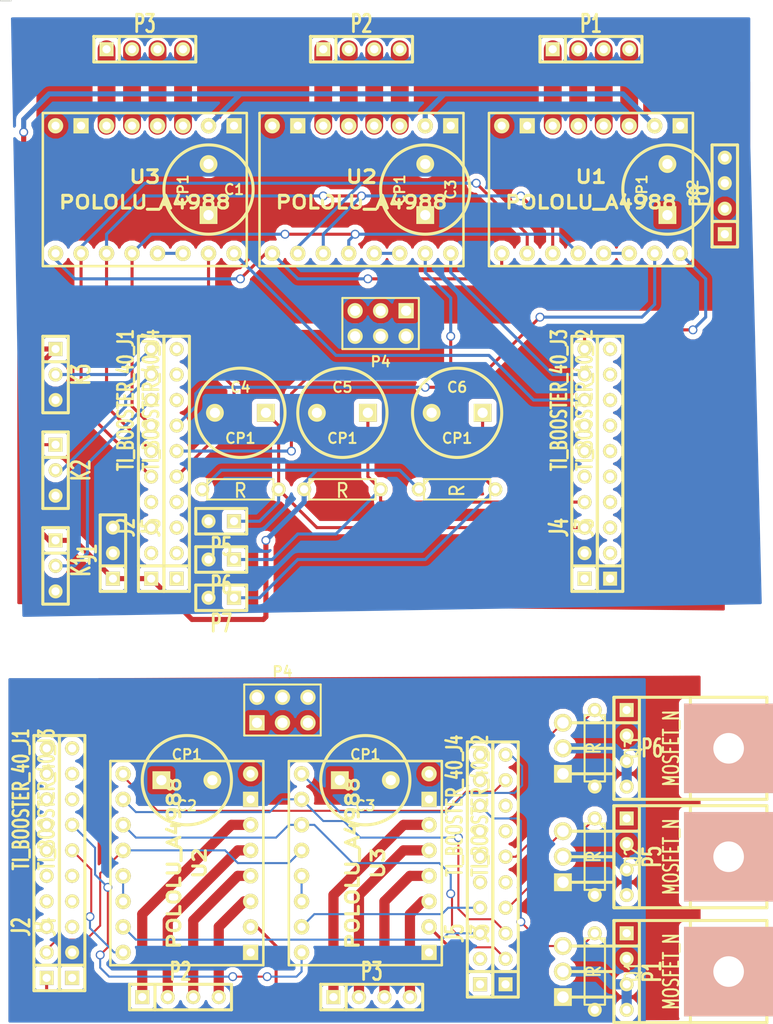
<source format=kicad_pcb>
(kicad_pcb (version 3) (host pcbnew "(2012-nov-02)-testing")
  (layers (15 F.Cu signal) (0 B.Cu signal) (18 B.Paste user) (19 F.Paste user) (20 B.SilkS user) (21 F.SilkS user) (22 B.Mask user) (23 F.Mask user) (28 Edge.Cuts user))
  (net 0 "")
  (net 1 +24V)
  (net 2 /BHEAT)
  (net 3 /DIR1)
  (net 4 /DIR2)
  (net 5 /DIR3)
  (net 6 /E1DIR)
  (net 7 /E1EN)
  (net 8 /E1HEAT)
  (net 9 /E1STEP)
  (net 10 /E1TEMP)
  (net 11 /E2DIR)
  (net 12 /E2EN)
  (net 13 /E2HEAT)
  (net 14 /E2STEP)
  (net 15 /E2TEMP)
  (net 16 /EMS1)
  (net 17 /EMS2)
  (net 18 /EMS3)
  (net 19 /ENDSTOP1)
  (net 20 /ENDSTOP2)
  (net 21 /ENDSTOP3)
  (net 22 /MS1)
  (net 23 /MS2)
  (net 24 /MS3)
  (net 25 /STEP1)
  (net 26 /STEP2)
  (net 27 /STEP3)
  (net 28 /XYZEN)
  (net 29 GND)
  (net 30 N-000001)
  (net 31 N-0000010)
  (net 32 N-0000011)
  (net 33 N-0000012)
  (net 34 N-0000013)
  (net 35 N-0000016)
  (net 36 N-0000017)
  (net 37 N-000002)
  (net 38 N-0000028)
  (net 39 N-0000029)
  (net 40 N-000003)
  (net 41 N-0000030)
  (net 42 N-0000031)
  (net 43 N-0000032)
  (net 44 N-0000033)
  (net 45 N-0000036)
  (net 46 N-0000037)
  (net 47 N-0000038)
  (net 48 N-000004)
  (net 49 N-0000045)
  (net 50 N-0000046)
  (net 51 N-0000048)
  (net 52 N-000005)
  (net 53 N-0000051)
  (net 54 N-0000052)
  (net 55 N-000008)
  (net 56 N-000009)
  (net 57 VCC)
  (module TO220GDS (layer F.Cu) (at 67.056 84.836)
    (fp_text reference Q3 (at 6.985 0 90) (layer F.SilkS) (effects (font (size 1.524 1.016) (thickness 0.2032))))
    (fp_text value MOSFET_N (at 10.795 0 90) (layer F.SilkS) (effects (font (size 1.524 1.016) (thickness 0.2032))))
    (pad 4 thru_hole rect (at 16.51 0) (size 8.89 8.89) (drill 3.048) (layers *.Cu *.SilkS *.Mask))
    (pad G thru_hole circle (at 0 -2.54) (size 1.778 1.778) (drill 1.143) (layers *.Cu *.Mask F.SilkS) (net 13 /E2HEAT))
    (pad D thru_hole circle (at 0 0) (size 1.778 1.778) (drill 1.143) (layers *.Cu *.Mask F.SilkS) (net 44 N-0000033))
    (pad S thru_hole rect (at 0 2.54) (size 1.778 1.778) (drill 1.143) (layers *.Cu *.Mask F.SilkS) (net 29 GND))
  )
  (module TO220GDS (layer F.Cu) (at 67.056 95.631)
    (fp_text reference Q2 (at 6.985 0 90) (layer F.SilkS) (effects (font (size 1.524 1.016) (thickness 0.2032))))
    (fp_text value MOSFET_N (at 10.795 0 90) (layer F.SilkS) (effects (font (size 1.524 1.016) (thickness 0.2032))))
    (pad 4 thru_hole rect (at 16.51 0) (size 8.89 8.89) (drill 3.048) (layers *.Cu *.SilkS *.Mask))
    (pad G thru_hole circle (at 0 -2.54) (size 1.778 1.778) (drill 1.143) (layers *.Cu *.Mask F.SilkS) (net 8 /E1HEAT))
    (pad D thru_hole circle (at 0 0) (size 1.778 1.778) (drill 1.143) (layers *.Cu *.Mask F.SilkS) (net 43 N-0000032))
    (pad S thru_hole rect (at 0 2.54) (size 1.778 1.778) (drill 1.143) (layers *.Cu *.Mask F.SilkS) (net 29 GND))
  )
  (module TO220GDS (layer F.Cu) (at 67.056 107.061)
    (fp_text reference Q1 (at 6.985 0 90) (layer F.SilkS) (effects (font (size 1.524 1.016) (thickness 0.2032))))
    (fp_text value MOSFET_N (at 10.795 0 90) (layer F.SilkS) (effects (font (size 1.524 1.016) (thickness 0.2032))))
    (pad 4 thru_hole rect (at 16.51 0) (size 8.89 8.89) (drill 3.048) (layers *.Cu *.SilkS *.Mask))
    (pad G thru_hole circle (at 0 -2.54) (size 1.778 1.778) (drill 1.143) (layers *.Cu *.Mask F.SilkS) (net 2 /BHEAT))
    (pad D thru_hole circle (at 0 0) (size 1.778 1.778) (drill 1.143) (layers *.Cu *.Mask F.SilkS) (net 50 N-0000046))
    (pad S thru_hole rect (at 0 2.54) (size 1.778 1.778) (drill 1.143) (layers *.Cu *.Mask F.SilkS) (net 29 GND))
  )
  (module SIL-4 (layer F.Cu) (at 73.406 84.836 270)
    (fp_text reference P6 (at 0 -2.54 360) (layer F.SilkS) (effects (font (size 1.73482 1.08712) (thickness 0.3048))))
    (fp_text value CONN_4 hide)
    (pad 1 thru_hole rect (at -3.81 0 270) (size 1.397 1.397) (drill 0.8128) (layers *.Cu *.Mask F.SilkS) (net 1 +24V))
    (pad 2 thru_hole circle (at -1.27 0 270) (size 1.397 1.397) (drill 0.8128) (layers *.Cu *.Mask F.SilkS) (net 1 +24V))
    (pad 3 thru_hole circle (at 1.27 0 270) (size 1.397 1.397) (drill 0.8128) (layers *.Cu *.Mask F.SilkS) (net 44 N-0000033))
    (pad 4 thru_hole circle (at 3.81 0 270) (size 1.397 1.397) (drill 0.8128) (layers *.Cu *.Mask F.SilkS) (net 44 N-0000033))
  )
  (module SIL-4 (layer F.Cu) (at 73.406 95.631 270)
    (fp_text reference P5 (at 0 -2.54 270) (layer F.SilkS) (effects (font (size 1.73482 1.08712) (thickness 0.3048))))
    (fp_text value CONN_4 hide)
    (pad 1 thru_hole rect (at -3.81 0 270) (size 1.397 1.397) (drill 0.8128) (layers *.Cu *.Mask F.SilkS) (net 1 +24V))
    (pad 2 thru_hole circle (at -1.27 0 270) (size 1.397 1.397) (drill 0.8128) (layers *.Cu *.Mask F.SilkS) (net 1 +24V))
    (pad 3 thru_hole circle (at 1.27 0 270) (size 1.397 1.397) (drill 0.8128) (layers *.Cu *.Mask F.SilkS) (net 43 N-0000032))
    (pad 4 thru_hole circle (at 3.81 0 270) (size 1.397 1.397) (drill 0.8128) (layers *.Cu *.Mask F.SilkS) (net 43 N-0000032))
  )
  (module SIL-4 (layer F.Cu) (at 48.006 109.601)
    (fp_text reference P3 (at 0 -2.54) (layer F.SilkS) (effects (font (size 1.73482 1.08712) (thickness 0.3048))))
    (fp_text value CONN_4 hide)
    (pad 1 thru_hole rect (at -3.81 0) (size 1.397 1.397) (drill 0.8128) (layers *.Cu *.Mask F.SilkS) (net 36 N-0000017))
    (pad 2 thru_hole circle (at -1.27 0) (size 1.397 1.397) (drill 0.8128) (layers *.Cu *.Mask F.SilkS) (net 49 N-0000045))
    (pad 3 thru_hole circle (at 1.27 0) (size 1.397 1.397) (drill 0.8128) (layers *.Cu *.Mask F.SilkS) (net 54 N-0000052))
    (pad 4 thru_hole circle (at 3.81 0) (size 1.397 1.397) (drill 0.8128) (layers *.Cu *.Mask F.SilkS) (net 53 N-0000051))
  )
  (module SIL-4 (layer F.Cu) (at 28.956 109.601)
    (fp_text reference P2 (at 0 -2.54) (layer F.SilkS) (effects (font (size 1.73482 1.08712) (thickness 0.3048))))
    (fp_text value CONN_4 hide)
    (pad 1 thru_hole rect (at -3.81 0) (size 1.397 1.397) (drill 0.8128) (layers *.Cu *.Mask F.SilkS) (net 38 N-0000028))
    (pad 2 thru_hole circle (at -1.27 0) (size 1.397 1.397) (drill 0.8128) (layers *.Cu *.Mask F.SilkS) (net 39 N-0000029))
    (pad 3 thru_hole circle (at 1.27 0) (size 1.397 1.397) (drill 0.8128) (layers *.Cu *.Mask F.SilkS) (net 41 N-0000030))
    (pad 4 thru_hole circle (at 3.81 0) (size 1.397 1.397) (drill 0.8128) (layers *.Cu *.Mask F.SilkS) (net 42 N-0000031))
  )
  (module SIL-4 (layer F.Cu) (at 73.406 107.061 270)
    (fp_text reference P1 (at 0 -2.54 270) (layer F.SilkS) (effects (font (size 1.73482 1.08712) (thickness 0.3048))))
    (fp_text value CONN_4 hide)
    (pad 1 thru_hole rect (at -3.81 0 270) (size 1.397 1.397) (drill 0.8128) (layers *.Cu *.Mask F.SilkS) (net 1 +24V))
    (pad 2 thru_hole circle (at -1.27 0 270) (size 1.397 1.397) (drill 0.8128) (layers *.Cu *.Mask F.SilkS) (net 1 +24V))
    (pad 3 thru_hole circle (at 1.27 0 270) (size 1.397 1.397) (drill 0.8128) (layers *.Cu *.Mask F.SilkS) (net 50 N-0000046))
    (pad 4 thru_hole circle (at 3.81 0 270) (size 1.397 1.397) (drill 0.8128) (layers *.Cu *.Mask F.SilkS) (net 50 N-0000046))
  )
  (module SIL-10 (layer F.Cu) (at 15.621 96.266 90)
    (fp_text reference J2 (at -6.35 -2.54 90) (layer F.SilkS) (effects (font (size 1.72974 1.08712) (thickness 0.3048))))
    (fp_text value TI_BOOSTER_40_J1 (at 6.35 -2.54 90) (layer F.SilkS) (effects (font (size 1.524 1.016) (thickness 0.3048))))
    (pad 1 thru_hole rect (at -11.43 0 90) (size 1.397 1.397) (drill 0.8128) (layers *.Cu *.Mask F.SilkS) (net 57 VCC))
    (pad 2 thru_hole circle (at -8.89 0 90) (size 1.397 1.397) (drill 0.8128) (layers *.Cu *.Mask F.SilkS) (net 16 /EMS1))
    (pad 3 thru_hole circle (at -6.35 0 90) (size 1.397 1.397) (drill 0.8128) (layers *.Cu *.Mask F.SilkS))
    (pad 4 thru_hole circle (at -3.81 0 90) (size 1.397 1.397) (drill 0.8128) (layers *.Cu *.Mask F.SilkS))
    (pad 5 thru_hole circle (at -1.27 0 90) (size 1.397 1.397) (drill 0.8128) (layers *.Cu *.Mask F.SilkS))
    (pad 6 thru_hole circle (at 1.27 0 90) (size 1.397 1.397) (drill 0.8128) (layers *.Cu *.Mask F.SilkS))
    (pad 7 thru_hole circle (at 3.81 0 90) (size 1.397 1.397) (drill 0.8128) (layers *.Cu *.Mask F.SilkS))
    (pad 8 thru_hole circle (at 6.35 0 90) (size 1.397 1.397) (drill 0.8128) (layers *.Cu *.Mask F.SilkS))
    (pad 9 thru_hole circle (at 8.89 0 90) (size 1.397 1.397) (drill 0.8128) (layers *.Cu *.Mask F.SilkS))
    (pad 10 thru_hole circle (at 11.43 0 90) (size 1.397 1.397) (drill 0.8128) (layers *.Cu *.Mask F.SilkS))
  )
  (module SIL-10 (layer F.Cu) (at 58.801 96.901 90)
    (fp_text reference J5 (at -6.35 -2.54 90) (layer F.SilkS) (effects (font (size 1.72974 1.08712) (thickness 0.3048))))
    (fp_text value TI_BOOSTER_40_J4 (at 6.35 -2.54 90) (layer F.SilkS) (effects (font (size 1.524 1.016) (thickness 0.3048))))
    (pad 1 thru_hole rect (at -11.43 0 90) (size 1.397 1.397) (drill 0.8128) (layers *.Cu *.Mask F.SilkS))
    (pad 2 thru_hole circle (at -8.89 0 90) (size 1.397 1.397) (drill 0.8128) (layers *.Cu *.Mask F.SilkS))
    (pad 3 thru_hole circle (at -6.35 0 90) (size 1.397 1.397) (drill 0.8128) (layers *.Cu *.Mask F.SilkS) (net 9 /E1STEP))
    (pad 4 thru_hole circle (at -3.81 0 90) (size 1.397 1.397) (drill 0.8128) (layers *.Cu *.Mask F.SilkS) (net 14 /E2STEP))
    (pad 5 thru_hole circle (at -1.27 0 90) (size 1.397 1.397) (drill 0.8128) (layers *.Cu *.Mask F.SilkS))
    (pad 6 thru_hole circle (at 1.27 0 90) (size 1.397 1.397) (drill 0.8128) (layers *.Cu *.Mask F.SilkS))
    (pad 7 thru_hole circle (at 3.81 0 90) (size 1.397 1.397) (drill 0.8128) (layers *.Cu *.Mask F.SilkS))
    (pad 8 thru_hole circle (at 6.35 0 90) (size 1.397 1.397) (drill 0.8128) (layers *.Cu *.Mask F.SilkS) (net 2 /BHEAT))
    (pad 9 thru_hole circle (at 8.89 0 90) (size 1.397 1.397) (drill 0.8128) (layers *.Cu *.Mask F.SilkS))
    (pad 10 thru_hole circle (at 11.43 0 90) (size 1.397 1.397) (drill 0.8128) (layers *.Cu *.Mask F.SilkS))
  )
  (module SIL-10 (layer F.Cu) (at 18.161 96.266 90)
    (fp_text reference J4 (at -6.35 -2.54 90) (layer F.SilkS) (effects (font (size 1.72974 1.08712) (thickness 0.3048))))
    (fp_text value TI_BOOSTER_40_J3 (at 6.35 -2.54 90) (layer F.SilkS) (effects (font (size 1.524 1.016) (thickness 0.3048))))
    (pad 1 thru_hole rect (at -11.43 0 90) (size 1.397 1.397) (drill 0.8128) (layers *.Cu *.Mask F.SilkS))
    (pad 2 thru_hole circle (at -8.89 0 90) (size 1.397 1.397) (drill 0.8128) (layers *.Cu *.Mask F.SilkS) (net 29 GND))
    (pad 3 thru_hole circle (at -6.35 0 90) (size 1.397 1.397) (drill 0.8128) (layers *.Cu *.Mask F.SilkS))
    (pad 4 thru_hole circle (at -3.81 0 90) (size 1.397 1.397) (drill 0.8128) (layers *.Cu *.Mask F.SilkS))
    (pad 5 thru_hole circle (at -1.27 0 90) (size 1.397 1.397) (drill 0.8128) (layers *.Cu *.Mask F.SilkS))
    (pad 6 thru_hole circle (at 1.27 0 90) (size 1.397 1.397) (drill 0.8128) (layers *.Cu *.Mask F.SilkS) (net 6 /E1DIR))
    (pad 7 thru_hole circle (at 3.81 0 90) (size 1.397 1.397) (drill 0.8128) (layers *.Cu *.Mask F.SilkS) (net 11 /E2DIR))
    (pad 8 thru_hole circle (at 6.35 0 90) (size 1.397 1.397) (drill 0.8128) (layers *.Cu *.Mask F.SilkS))
    (pad 9 thru_hole circle (at 8.89 0 90) (size 1.397 1.397) (drill 0.8128) (layers *.Cu *.Mask F.SilkS))
    (pad 10 thru_hole circle (at 11.43 0 90) (size 1.397 1.397) (drill 0.8128) (layers *.Cu *.Mask F.SilkS))
  )
  (module SIL-10 (layer F.Cu) (at 61.341 96.901 90)
    (fp_text reference J3 (at -6.35 -2.54 90) (layer F.SilkS) (effects (font (size 1.72974 1.08712) (thickness 0.3048))))
    (fp_text value TI_BOOSTER_40_J2 (at 6.35 -2.54 90) (layer F.SilkS) (effects (font (size 1.524 1.016) (thickness 0.3048))))
    (pad 1 thru_hole rect (at -11.43 0 90) (size 1.397 1.397) (drill 0.8128) (layers *.Cu *.Mask F.SilkS) (net 29 GND))
    (pad 2 thru_hole circle (at -8.89 0 90) (size 1.397 1.397) (drill 0.8128) (layers *.Cu *.Mask F.SilkS) (net 17 /EMS2))
    (pad 3 thru_hole circle (at -6.35 0 90) (size 1.397 1.397) (drill 0.8128) (layers *.Cu *.Mask F.SilkS) (net 18 /EMS3))
    (pad 4 thru_hole circle (at -3.81 0 90) (size 1.397 1.397) (drill 0.8128) (layers *.Cu *.Mask F.SilkS) (net 8 /E1HEAT))
    (pad 5 thru_hole circle (at -1.27 0 90) (size 1.397 1.397) (drill 0.8128) (layers *.Cu *.Mask F.SilkS))
    (pad 6 thru_hole circle (at 1.27 0 90) (size 1.397 1.397) (drill 0.8128) (layers *.Cu *.Mask F.SilkS) (net 13 /E2HEAT))
    (pad 7 thru_hole circle (at 3.81 0 90) (size 1.397 1.397) (drill 0.8128) (layers *.Cu *.Mask F.SilkS))
    (pad 8 thru_hole circle (at 6.35 0 90) (size 1.397 1.397) (drill 0.8128) (layers *.Cu *.Mask F.SilkS))
    (pad 9 thru_hole circle (at 8.89 0 90) (size 1.397 1.397) (drill 0.8128) (layers *.Cu *.Mask F.SilkS) (net 7 /E1EN))
    (pad 10 thru_hole circle (at 11.43 0 90) (size 1.397 1.397) (drill 0.8128) (layers *.Cu *.Mask F.SilkS) (net 12 /E2EN))
  )
  (module R3 (layer F.Cu) (at 70.231 107.061 270)
    (fp_text reference R1 hide)
    (fp_text value R (at 0 0.127 270) (layer F.SilkS) (effects (font (size 1.397 1.27) (thickness 0.2032))))
    (pad 1 thru_hole circle (at -3.81 0 270) (size 1.397 1.397) (drill 0.8128) (layers *.Cu *.Mask F.SilkS) (net 2 /BHEAT))
    (pad 2 thru_hole circle (at 3.81 0 270) (size 1.397 1.397) (drill 0.8128) (layers *.Cu *.Mask F.SilkS) (net 29 GND))
  )
  (module R3 (layer F.Cu) (at 70.231 95.631 270)
    (fp_text reference R2 hide)
    (fp_text value R (at 0 0.127 270) (layer F.SilkS) (effects (font (size 1.397 1.27) (thickness 0.2032))))
    (pad 1 thru_hole circle (at -3.81 0 270) (size 1.397 1.397) (drill 0.8128) (layers *.Cu *.Mask F.SilkS) (net 8 /E1HEAT))
    (pad 2 thru_hole circle (at 3.81 0 270) (size 1.397 1.397) (drill 0.8128) (layers *.Cu *.Mask F.SilkS) (net 29 GND))
  )
  (module R3 (layer F.Cu) (at 70.231 84.836 270)
    (fp_text reference R3 hide)
    (fp_text value R (at 0 0.127 270) (layer F.SilkS) (effects (font (size 1.397 1.27) (thickness 0.2032))))
    (pad 1 thru_hole circle (at -3.81 0 270) (size 1.397 1.397) (drill 0.8128) (layers *.Cu *.Mask F.SilkS) (net 13 /E2HEAT))
    (pad 2 thru_hole circle (at 3.81 0 270) (size 1.397 1.397) (drill 0.8128) (layers *.Cu *.Mask F.SilkS) (net 29 GND))
  )
  (module pin_array_3x2 (layer F.Cu) (at 39.116 81.026)
    (fp_text reference P4 (at 0 -3.81) (layer F.SilkS) (effects (font (size 1.016 1.016) (thickness 0.2032))))
    (fp_text value CONN_3X2 hide)
    (pad 1 thru_hole rect (at -2.54 1.27) (size 1.524 1.524) (drill 1.016) (layers *.Cu *.Mask F.SilkS) (net 1 +24V))
    (pad 2 thru_hole circle (at -2.54 -1.27) (size 1.524 1.524) (drill 1.016) (layers *.Cu *.Mask F.SilkS) (net 29 GND))
    (pad 3 thru_hole circle (at 0 1.27) (size 1.524 1.524) (drill 1.016) (layers *.Cu *.Mask F.SilkS) (net 1 +24V))
    (pad 4 thru_hole circle (at 0 -1.27) (size 1.524 1.524) (drill 1.016) (layers *.Cu *.Mask F.SilkS) (net 29 GND))
    (pad 5 thru_hole circle (at 2.54 1.27) (size 1.524 1.524) (drill 1.016) (layers *.Cu *.Mask F.SilkS) (net 1 +24V))
    (pad 6 thru_hole circle (at 2.54 -1.27) (size 1.524 1.524) (drill 1.016) (layers *.Cu *.Mask F.SilkS) (net 29 GND))
  )
  (module C2V8 (layer F.Cu) (at 29.591 88.011)
    (fp_text reference C2 (at 0 2.54) (layer F.SilkS) (effects (font (size 1.016 1.016) (thickness 0.2032))))
    (fp_text value CP1 (at 0 -2.54) (layer F.SilkS) (effects (font (size 1.016 1.016) (thickness 0.2032))))
    (pad 1 thru_hole rect (at -2.54 0) (size 1.778 1.778) (drill 1.016) (layers *.Cu *.Mask F.SilkS) (net 1 +24V))
    (pad 2 thru_hole circle (at 2.54 0) (size 1.778 1.778) (drill 1.016) (layers *.Cu *.Mask F.SilkS) (net 29 GND))
  )
  (module C2V8 (layer F.Cu) (at 47.371 88.011)
    (fp_text reference C3 (at 0 2.54) (layer F.SilkS) (effects (font (size 1.016 1.016) (thickness 0.2032))))
    (fp_text value CP1 (at 0 -2.54) (layer F.SilkS) (effects (font (size 1.016 1.016) (thickness 0.2032))))
    (pad 1 thru_hole rect (at -2.54 0) (size 1.778 1.778) (drill 1.016) (layers *.Cu *.Mask F.SilkS) (net 1 +24V))
    (pad 2 thru_hole circle (at 2.54 0) (size 1.778 1.778) (drill 1.016) (layers *.Cu *.Mask F.SilkS) (net 29 GND))
  )
  (module SWDIP8_.6W (layer F.Cu) (at 47.371 96.266 90)
    (fp_text reference U3 (at 0 1.27 90) (layer F.SilkS) (effects (font (size 1.27 1.524) (thickness 0.3048))))
    (fp_text value POLOLU_A4988 (at 0 -1.27 90) (layer F.SilkS) (effects (font (size 1.27 1.524) (thickness 0.3048))))
    (pad 1 thru_hole rect (at -8.89 6.35 90) (size 1.524 1.524) (drill 0.8128) (layers *.Cu *.Mask F.SilkS) (net 29 GND))
    (pad 2 thru_hole circle (at -6.35 6.35 90) (size 1.524 1.524) (drill 0.8128) (layers *.Cu *.Mask F.SilkS) (net 57 VCC))
    (pad 3 thru_hole circle (at -3.81 6.35 90) (size 1.524 1.524) (drill 0.8128) (layers *.Cu *.Mask F.SilkS) (net 53 N-0000051))
    (pad 4 thru_hole circle (at -1.27 6.35 90) (size 1.524 1.524) (drill 0.8128) (layers *.Cu *.Mask F.SilkS) (net 54 N-0000052))
    (pad 5 thru_hole circle (at 1.27 6.35 90) (size 1.524 1.524) (drill 0.8128) (layers *.Cu *.Mask F.SilkS) (net 49 N-0000045))
    (pad 6 thru_hole circle (at 3.81 6.35 90) (size 1.524 1.524) (drill 0.8128) (layers *.Cu *.Mask F.SilkS) (net 36 N-0000017))
    (pad 7 thru_hole rect (at 6.35 6.35 90) (size 1.524 1.524) (drill 0.8128) (layers *.Cu *.Mask F.SilkS) (net 29 GND))
    (pad 8 thru_hole circle (at 8.89 6.35 90) (size 1.524 1.524) (drill 0.8128) (layers *.Cu *.Mask F.SilkS) (net 1 +24V))
    (pad 9 thru_hole circle (at 8.89 -6.35 90) (size 1.524 1.524) (drill 0.8128) (layers *.Cu *.Mask F.SilkS) (net 12 /E2EN))
    (pad 10 thru_hole circle (at 6.35 -6.35 90) (size 1.524 1.524) (drill 0.8128) (layers *.Cu *.Mask F.SilkS) (net 18 /EMS3))
    (pad 11 thru_hole circle (at 3.81 -6.35 90) (size 1.524 1.524) (drill 0.8128) (layers *.Cu *.Mask F.SilkS) (net 17 /EMS2))
    (pad 12 thru_hole circle (at 1.27 -6.35 90) (size 1.524 1.524) (drill 0.8128) (layers *.Cu *.Mask F.SilkS) (net 16 /EMS1))
    (pad 13 thru_hole circle (at -1.27 -6.35 90) (size 1.524 1.524) (drill 0.8128) (layers *.Cu *.Mask F.SilkS) (net 51 N-0000048))
    (pad 14 thru_hole circle (at -3.81 -6.35 90) (size 1.524 1.524) (drill 0.8128) (layers *.Cu *.Mask F.SilkS) (net 51 N-0000048))
    (pad 15 thru_hole circle (at -6.35 -6.35 90) (size 1.524 1.524) (drill 0.8128) (layers *.Cu *.Mask F.SilkS) (net 14 /E2STEP))
    (pad 16 thru_hole circle (at -8.89 -6.35 90) (size 1.524 1.524) (drill 0.8128) (layers *.Cu *.Mask F.SilkS) (net 11 /E2DIR))
  )
  (module SWDIP8_.6W (layer F.Cu) (at 29.591 96.266 90)
    (fp_text reference U2 (at 0 1.27 90) (layer F.SilkS) (effects (font (size 1.27 1.524) (thickness 0.3048))))
    (fp_text value POLOLU_A4988 (at 0 -1.27 90) (layer F.SilkS) (effects (font (size 1.27 1.524) (thickness 0.3048))))
    (pad 1 thru_hole rect (at -8.89 6.35 90) (size 1.524 1.524) (drill 0.8128) (layers *.Cu *.Mask F.SilkS) (net 29 GND))
    (pad 2 thru_hole circle (at -6.35 6.35 90) (size 1.524 1.524) (drill 0.8128) (layers *.Cu *.Mask F.SilkS) (net 57 VCC))
    (pad 3 thru_hole circle (at -3.81 6.35 90) (size 1.524 1.524) (drill 0.8128) (layers *.Cu *.Mask F.SilkS) (net 42 N-0000031))
    (pad 4 thru_hole circle (at -1.27 6.35 90) (size 1.524 1.524) (drill 0.8128) (layers *.Cu *.Mask F.SilkS) (net 41 N-0000030))
    (pad 5 thru_hole circle (at 1.27 6.35 90) (size 1.524 1.524) (drill 0.8128) (layers *.Cu *.Mask F.SilkS) (net 39 N-0000029))
    (pad 6 thru_hole circle (at 3.81 6.35 90) (size 1.524 1.524) (drill 0.8128) (layers *.Cu *.Mask F.SilkS) (net 38 N-0000028))
    (pad 7 thru_hole rect (at 6.35 6.35 90) (size 1.524 1.524) (drill 0.8128) (layers *.Cu *.Mask F.SilkS) (net 29 GND))
    (pad 8 thru_hole circle (at 8.89 6.35 90) (size 1.524 1.524) (drill 0.8128) (layers *.Cu *.Mask F.SilkS) (net 1 +24V))
    (pad 9 thru_hole circle (at 8.89 -6.35 90) (size 1.524 1.524) (drill 0.8128) (layers *.Cu *.Mask F.SilkS) (net 7 /E1EN))
    (pad 10 thru_hole circle (at 6.35 -6.35 90) (size 1.524 1.524) (drill 0.8128) (layers *.Cu *.Mask F.SilkS) (net 18 /EMS3))
    (pad 11 thru_hole circle (at 3.81 -6.35 90) (size 1.524 1.524) (drill 0.8128) (layers *.Cu *.Mask F.SilkS) (net 17 /EMS2))
    (pad 12 thru_hole circle (at 1.27 -6.35 90) (size 1.524 1.524) (drill 0.8128) (layers *.Cu *.Mask F.SilkS) (net 16 /EMS1))
    (pad 13 thru_hole circle (at -1.27 -6.35 90) (size 1.524 1.524) (drill 0.8128) (layers *.Cu *.Mask F.SilkS) (net 35 N-0000016))
    (pad 14 thru_hole circle (at -3.81 -6.35 90) (size 1.524 1.524) (drill 0.8128) (layers *.Cu *.Mask F.SilkS) (net 35 N-0000016))
    (pad 15 thru_hole circle (at -6.35 -6.35 90) (size 1.524 1.524) (drill 0.8128) (layers *.Cu *.Mask F.SilkS) (net 9 /E1STEP))
    (pad 16 thru_hole circle (at -8.89 -6.35 90) (size 1.524 1.524) (drill 0.8128) (layers *.Cu *.Mask F.SilkS) (net 6 /E1DIR))
  )
  (module SWDIP8_.6W (layer F.Cu) (at 25.4 29.21 180)
    (fp_text reference U3 (at 0 1.27 180) (layer F.SilkS) (effects (font (size 1.27 1.524) (thickness 0.3048))))
    (fp_text value POLOLU_A4988 (at 0 -1.27 180) (layer F.SilkS) (effects (font (size 1.27 1.524) (thickness 0.3048))))
    (pad 1 thru_hole rect (at -8.89 6.35 180) (size 1.524 1.524) (drill 0.8128) (layers *.Cu *.Mask F.SilkS) (net 29 GND))
    (pad 2 thru_hole circle (at -6.35 6.35 180) (size 1.524 1.524) (drill 0.8128) (layers *.Cu *.Mask F.SilkS) (net 57 VCC))
    (pad 3 thru_hole circle (at -3.81 6.35 180) (size 1.524 1.524) (drill 0.8128) (layers *.Cu *.Mask F.SilkS) (net 30 N-000001))
    (pad 4 thru_hole circle (at -1.27 6.35 180) (size 1.524 1.524) (drill 0.8128) (layers *.Cu *.Mask F.SilkS) (net 52 N-000005))
    (pad 5 thru_hole circle (at 1.27 6.35 180) (size 1.524 1.524) (drill 0.8128) (layers *.Cu *.Mask F.SilkS) (net 48 N-000004))
    (pad 6 thru_hole circle (at 3.81 6.35 180) (size 1.524 1.524) (drill 0.8128) (layers *.Cu *.Mask F.SilkS) (net 40 N-000003))
    (pad 7 thru_hole rect (at 6.35 6.35 180) (size 1.524 1.524) (drill 0.8128) (layers *.Cu *.Mask F.SilkS) (net 29 GND))
    (pad 8 thru_hole circle (at 8.89 6.35 180) (size 1.524 1.524) (drill 0.8128) (layers *.Cu *.Mask F.SilkS) (net 1 +24V))
    (pad 9 thru_hole circle (at 8.89 -6.35 180) (size 1.524 1.524) (drill 0.8128) (layers *.Cu *.Mask F.SilkS) (net 28 /XYZEN))
    (pad 10 thru_hole circle (at 6.35 -6.35 180) (size 1.524 1.524) (drill 0.8128) (layers *.Cu *.Mask F.SilkS) (net 24 /MS3))
    (pad 11 thru_hole circle (at 3.81 -6.35 180) (size 1.524 1.524) (drill 0.8128) (layers *.Cu *.Mask F.SilkS) (net 23 /MS2))
    (pad 12 thru_hole circle (at 1.27 -6.35 180) (size 1.524 1.524) (drill 0.8128) (layers *.Cu *.Mask F.SilkS) (net 22 /MS1))
    (pad 13 thru_hole circle (at -1.27 -6.35 180) (size 1.524 1.524) (drill 0.8128) (layers *.Cu *.Mask F.SilkS) (net 55 N-000008))
    (pad 14 thru_hole circle (at -3.81 -6.35 180) (size 1.524 1.524) (drill 0.8128) (layers *.Cu *.Mask F.SilkS) (net 55 N-000008))
    (pad 15 thru_hole circle (at -6.35 -6.35 180) (size 1.524 1.524) (drill 0.8128) (layers *.Cu *.Mask F.SilkS) (net 25 /STEP1))
    (pad 16 thru_hole circle (at -8.89 -6.35 180) (size 1.524 1.524) (drill 0.8128) (layers *.Cu *.Mask F.SilkS) (net 3 /DIR1))
  )
  (module SWDIP8_.6W (layer F.Cu) (at 46.99 29.21 180)
    (fp_text reference U2 (at 0 1.27 180) (layer F.SilkS) (effects (font (size 1.27 1.524) (thickness 0.3048))))
    (fp_text value POLOLU_A4988 (at 0 -1.27 180) (layer F.SilkS) (effects (font (size 1.27 1.524) (thickness 0.3048))))
    (pad 1 thru_hole rect (at -8.89 6.35 180) (size 1.524 1.524) (drill 0.8128) (layers *.Cu *.Mask F.SilkS) (net 29 GND))
    (pad 2 thru_hole circle (at -6.35 6.35 180) (size 1.524 1.524) (drill 0.8128) (layers *.Cu *.Mask F.SilkS) (net 57 VCC))
    (pad 3 thru_hole circle (at -3.81 6.35 180) (size 1.524 1.524) (drill 0.8128) (layers *.Cu *.Mask F.SilkS) (net 34 N-0000013))
    (pad 4 thru_hole circle (at -1.27 6.35 180) (size 1.524 1.524) (drill 0.8128) (layers *.Cu *.Mask F.SilkS) (net 56 N-000009))
    (pad 5 thru_hole circle (at 1.27 6.35 180) (size 1.524 1.524) (drill 0.8128) (layers *.Cu *.Mask F.SilkS) (net 33 N-0000012))
    (pad 6 thru_hole circle (at 3.81 6.35 180) (size 1.524 1.524) (drill 0.8128) (layers *.Cu *.Mask F.SilkS) (net 32 N-0000011))
    (pad 7 thru_hole rect (at 6.35 6.35 180) (size 1.524 1.524) (drill 0.8128) (layers *.Cu *.Mask F.SilkS) (net 29 GND))
    (pad 8 thru_hole circle (at 8.89 6.35 180) (size 1.524 1.524) (drill 0.8128) (layers *.Cu *.Mask F.SilkS) (net 1 +24V))
    (pad 9 thru_hole circle (at 8.89 -6.35 180) (size 1.524 1.524) (drill 0.8128) (layers *.Cu *.Mask F.SilkS) (net 28 /XYZEN))
    (pad 10 thru_hole circle (at 6.35 -6.35 180) (size 1.524 1.524) (drill 0.8128) (layers *.Cu *.Mask F.SilkS) (net 24 /MS3))
    (pad 11 thru_hole circle (at 3.81 -6.35 180) (size 1.524 1.524) (drill 0.8128) (layers *.Cu *.Mask F.SilkS) (net 23 /MS2))
    (pad 12 thru_hole circle (at 1.27 -6.35 180) (size 1.524 1.524) (drill 0.8128) (layers *.Cu *.Mask F.SilkS) (net 22 /MS1))
    (pad 13 thru_hole circle (at -1.27 -6.35 180) (size 1.524 1.524) (drill 0.8128) (layers *.Cu *.Mask F.SilkS) (net 37 N-000002))
    (pad 14 thru_hole circle (at -3.81 -6.35 180) (size 1.524 1.524) (drill 0.8128) (layers *.Cu *.Mask F.SilkS) (net 37 N-000002))
    (pad 15 thru_hole circle (at -6.35 -6.35 180) (size 1.524 1.524) (drill 0.8128) (layers *.Cu *.Mask F.SilkS) (net 26 /STEP2))
    (pad 16 thru_hole circle (at -8.89 -6.35 180) (size 1.524 1.524) (drill 0.8128) (layers *.Cu *.Mask F.SilkS) (net 4 /DIR2))
  )
  (module SWDIP8_.6W (layer F.Cu) (at 69.85 29.21 180)
    (fp_text reference U1 (at 0 1.27 180) (layer F.SilkS) (effects (font (size 1.27 1.524) (thickness 0.3048))))
    (fp_text value POLOLU_A4988 (at 0 -1.27 180) (layer F.SilkS) (effects (font (size 1.27 1.524) (thickness 0.3048))))
    (pad 1 thru_hole rect (at -8.89 6.35 180) (size 1.524 1.524) (drill 0.8128) (layers *.Cu *.Mask F.SilkS) (net 29 GND))
    (pad 2 thru_hole circle (at -6.35 6.35 180) (size 1.524 1.524) (drill 0.8128) (layers *.Cu *.Mask F.SilkS) (net 57 VCC))
    (pad 3 thru_hole circle (at -3.81 6.35 180) (size 1.524 1.524) (drill 0.8128) (layers *.Cu *.Mask F.SilkS) (net 47 N-0000038))
    (pad 4 thru_hole circle (at -1.27 6.35 180) (size 1.524 1.524) (drill 0.8128) (layers *.Cu *.Mask F.SilkS) (net 46 N-0000037))
    (pad 5 thru_hole circle (at 1.27 6.35 180) (size 1.524 1.524) (drill 0.8128) (layers *.Cu *.Mask F.SilkS) (net 44 N-0000033))
    (pad 6 thru_hole circle (at 3.81 6.35 180) (size 1.524 1.524) (drill 0.8128) (layers *.Cu *.Mask F.SilkS) (net 45 N-0000036))
    (pad 7 thru_hole rect (at 6.35 6.35 180) (size 1.524 1.524) (drill 0.8128) (layers *.Cu *.Mask F.SilkS) (net 29 GND))
    (pad 8 thru_hole circle (at 8.89 6.35 180) (size 1.524 1.524) (drill 0.8128) (layers *.Cu *.Mask F.SilkS) (net 1 +24V))
    (pad 9 thru_hole circle (at 8.89 -6.35 180) (size 1.524 1.524) (drill 0.8128) (layers *.Cu *.Mask F.SilkS) (net 28 /XYZEN))
    (pad 10 thru_hole circle (at 6.35 -6.35 180) (size 1.524 1.524) (drill 0.8128) (layers *.Cu *.Mask F.SilkS) (net 24 /MS3))
    (pad 11 thru_hole circle (at 3.81 -6.35 180) (size 1.524 1.524) (drill 0.8128) (layers *.Cu *.Mask F.SilkS) (net 23 /MS2))
    (pad 12 thru_hole circle (at 1.27 -6.35 180) (size 1.524 1.524) (drill 0.8128) (layers *.Cu *.Mask F.SilkS) (net 22 /MS1))
    (pad 13 thru_hole circle (at -1.27 -6.35 180) (size 1.524 1.524) (drill 0.8128) (layers *.Cu *.Mask F.SilkS) (net 31 N-0000010))
    (pad 14 thru_hole circle (at -3.81 -6.35 180) (size 1.524 1.524) (drill 0.8128) (layers *.Cu *.Mask F.SilkS) (net 31 N-0000010))
    (pad 15 thru_hole circle (at -6.35 -6.35 180) (size 1.524 1.524) (drill 0.8128) (layers *.Cu *.Mask F.SilkS) (net 27 /STEP3))
    (pad 16 thru_hole circle (at -8.89 -6.35 180) (size 1.524 1.524) (drill 0.8128) (layers *.Cu *.Mask F.SilkS) (net 5 /DIR3))
  )
  (module SIL-4 (layer F.Cu) (at 25.4 15.24)
    (fp_text reference P3 (at 0 -2.54) (layer F.SilkS) (effects (font (size 1.73482 1.08712) (thickness 0.3048))))
    (fp_text value CONN_4 hide)
    (pad 1 thru_hole rect (at -3.81 0) (size 1.397 1.397) (drill 0.8128) (layers *.Cu *.Mask F.SilkS) (net 40 N-000003))
    (pad 2 thru_hole circle (at -1.27 0) (size 1.397 1.397) (drill 0.8128) (layers *.Cu *.Mask F.SilkS) (net 48 N-000004))
    (pad 3 thru_hole circle (at 1.27 0) (size 1.397 1.397) (drill 0.8128) (layers *.Cu *.Mask F.SilkS) (net 52 N-000005))
    (pad 4 thru_hole circle (at 3.81 0) (size 1.397 1.397) (drill 0.8128) (layers *.Cu *.Mask F.SilkS) (net 30 N-000001))
  )
  (module SIL-4 (layer F.Cu) (at 69.85 15.24)
    (fp_text reference P1 (at 0 -2.54) (layer F.SilkS) (effects (font (size 1.73482 1.08712) (thickness 0.3048))))
    (fp_text value CONN_4 hide)
    (pad 1 thru_hole rect (at -3.81 0) (size 1.397 1.397) (drill 0.8128) (layers *.Cu *.Mask F.SilkS) (net 45 N-0000036))
    (pad 2 thru_hole circle (at -1.27 0) (size 1.397 1.397) (drill 0.8128) (layers *.Cu *.Mask F.SilkS) (net 44 N-0000033))
    (pad 3 thru_hole circle (at 1.27 0) (size 1.397 1.397) (drill 0.8128) (layers *.Cu *.Mask F.SilkS) (net 46 N-0000037))
    (pad 4 thru_hole circle (at 3.81 0) (size 1.397 1.397) (drill 0.8128) (layers *.Cu *.Mask F.SilkS) (net 47 N-0000038))
  )
  (module SIL-4 (layer F.Cu) (at 46.99 15.24)
    (fp_text reference P2 (at 0 -2.54) (layer F.SilkS) (effects (font (size 1.73482 1.08712) (thickness 0.3048))))
    (fp_text value CONN_4 hide)
    (pad 1 thru_hole rect (at -3.81 0) (size 1.397 1.397) (drill 0.8128) (layers *.Cu *.Mask F.SilkS) (net 32 N-0000011))
    (pad 2 thru_hole circle (at -1.27 0) (size 1.397 1.397) (drill 0.8128) (layers *.Cu *.Mask F.SilkS) (net 33 N-0000012))
    (pad 3 thru_hole circle (at 1.27 0) (size 1.397 1.397) (drill 0.8128) (layers *.Cu *.Mask F.SilkS) (net 56 N-000009))
    (pad 4 thru_hole circle (at 3.81 0) (size 1.397 1.397) (drill 0.8128) (layers *.Cu *.Mask F.SilkS) (net 34 N-0000013))
  )
  (module C2V8 (layer F.Cu) (at 77.47 29.21 90)
    (fp_text reference C2 (at 0 2.54 90) (layer F.SilkS) (effects (font (size 1.016 1.016) (thickness 0.2032))))
    (fp_text value CP1 (at 0 -2.54 90) (layer F.SilkS) (effects (font (size 1.016 1.016) (thickness 0.2032))))
    (pad 1 thru_hole rect (at -2.54 0 90) (size 1.778 1.778) (drill 1.016) (layers *.Cu *.Mask F.SilkS) (net 1 +24V))
    (pad 2 thru_hole circle (at 2.54 0 90) (size 1.778 1.778) (drill 1.016) (layers *.Cu *.Mask F.SilkS) (net 29 GND))
  )
  (module C2V8 (layer F.Cu) (at 53.34 29.21 90)
    (fp_text reference C3 (at 0 2.54 90) (layer F.SilkS) (effects (font (size 1.016 1.016) (thickness 0.2032))))
    (fp_text value CP1 (at 0 -2.54 90) (layer F.SilkS) (effects (font (size 1.016 1.016) (thickness 0.2032))))
    (pad 1 thru_hole rect (at -2.54 0 90) (size 1.778 1.778) (drill 1.016) (layers *.Cu *.Mask F.SilkS) (net 1 +24V))
    (pad 2 thru_hole circle (at 2.54 0 90) (size 1.778 1.778) (drill 1.016) (layers *.Cu *.Mask F.SilkS) (net 29 GND))
  )
  (module C2V8 (layer F.Cu) (at 31.75 29.21 90)
    (fp_text reference C1 (at 0 2.54 180) (layer F.SilkS) (effects (font (size 1.016 1.016) (thickness 0.2032))))
    (fp_text value CP1 (at 0 -2.54 90) (layer F.SilkS) (effects (font (size 1.016 1.016) (thickness 0.2032))))
    (pad 1 thru_hole rect (at -2.54 0 90) (size 1.778 1.778) (drill 1.016) (layers *.Cu *.Mask F.SilkS) (net 1 +24V))
    (pad 2 thru_hole circle (at 2.54 0 90) (size 1.778 1.778) (drill 1.016) (layers *.Cu *.Mask F.SilkS) (net 29 GND))
  )
  (module SIL-3 (layer F.Cu) (at 16.51 66.675 270)
    (fp_text reference K1 (at 0 -2.54 270) (layer F.SilkS) (effects (font (size 1.7907 1.07696) (thickness 0.3048))))
    (fp_text value CONN_3 hide)
    (pad 1 thru_hole rect (at -2.54 0 270) (size 1.397 1.397) (drill 0.8128) (layers *.Cu *.Mask F.SilkS) (net 57 VCC))
    (pad 2 thru_hole circle (at 0 0 270) (size 1.397 1.397) (drill 0.8128) (layers *.Cu *.Mask F.SilkS) (net 19 /ENDSTOP1))
    (pad 3 thru_hole circle (at 2.54 0 270) (size 1.397 1.397) (drill 0.8128) (layers *.Cu *.Mask F.SilkS) (net 29 GND))
  )
  (module SIL-3 (layer F.Cu) (at 16.51 57.15 270)
    (fp_text reference K2 (at 0 -2.54 270) (layer F.SilkS) (effects (font (size 1.7907 1.07696) (thickness 0.3048))))
    (fp_text value CONN_3 hide)
    (pad 1 thru_hole rect (at -2.54 0 270) (size 1.397 1.397) (drill 0.8128) (layers *.Cu *.Mask F.SilkS) (net 57 VCC))
    (pad 2 thru_hole circle (at 0 0 270) (size 1.397 1.397) (drill 0.8128) (layers *.Cu *.Mask F.SilkS) (net 20 /ENDSTOP2))
    (pad 3 thru_hole circle (at 2.54 0 270) (size 1.397 1.397) (drill 0.8128) (layers *.Cu *.Mask F.SilkS) (net 29 GND))
  )
  (module SIL-3 (layer F.Cu) (at 16.51 47.625 270)
    (fp_text reference K3 (at 0 -2.54 270) (layer F.SilkS) (effects (font (size 1.7907 1.07696) (thickness 0.3048))))
    (fp_text value CONN_3 hide)
    (pad 1 thru_hole rect (at -2.54 0 270) (size 1.397 1.397) (drill 0.8128) (layers *.Cu *.Mask F.SilkS) (net 57 VCC))
    (pad 2 thru_hole circle (at 0 0 270) (size 1.397 1.397) (drill 0.8128) (layers *.Cu *.Mask F.SilkS) (net 21 /ENDSTOP3))
    (pad 3 thru_hole circle (at 2.54 0 270) (size 1.397 1.397) (drill 0.8128) (layers *.Cu *.Mask F.SilkS) (net 29 GND))
  )
  (module SIL-10 (layer F.Cu) (at 69.215 56.515 90)
    (fp_text reference J4 (at -6.35 -2.54 90) (layer F.SilkS) (effects (font (size 1.72974 1.08712) (thickness 0.3048))))
    (fp_text value TI_BOOSTER_40_J3 (at 6.35 -2.54 90) (layer F.SilkS) (effects (font (size 1.524 1.016) (thickness 0.3048))))
    (pad 1 thru_hole rect (at -11.43 0 90) (size 1.397 1.397) (drill 0.8128) (layers *.Cu *.Mask F.SilkS))
    (pad 2 thru_hole circle (at -8.89 0 90) (size 1.397 1.397) (drill 0.8128) (layers *.Cu *.Mask F.SilkS) (net 29 GND))
    (pad 3 thru_hole circle (at -6.35 0 90) (size 1.397 1.397) (drill 0.8128) (layers *.Cu *.Mask F.SilkS) (net 10 /E1TEMP))
    (pad 4 thru_hole circle (at -3.81 0 90) (size 1.397 1.397) (drill 0.8128) (layers *.Cu *.Mask F.SilkS) (net 15 /E2TEMP))
    (pad 5 thru_hole circle (at -1.27 0 90) (size 1.397 1.397) (drill 0.8128) (layers *.Cu *.Mask F.SilkS))
    (pad 6 thru_hole circle (at 1.27 0 90) (size 1.397 1.397) (drill 0.8128) (layers *.Cu *.Mask F.SilkS))
    (pad 7 thru_hole circle (at 3.81 0 90) (size 1.397 1.397) (drill 0.8128) (layers *.Cu *.Mask F.SilkS))
    (pad 8 thru_hole circle (at 6.35 0 90) (size 1.397 1.397) (drill 0.8128) (layers *.Cu *.Mask F.SilkS) (net 3 /DIR1))
    (pad 9 thru_hole circle (at 8.89 0 90) (size 1.397 1.397) (drill 0.8128) (layers *.Cu *.Mask F.SilkS) (net 4 /DIR2))
    (pad 10 thru_hole circle (at 11.43 0 90) (size 1.397 1.397) (drill 0.8128) (layers *.Cu *.Mask F.SilkS) (net 5 /DIR3))
  )
  (module SIL-10 (layer F.Cu) (at 71.755 56.515 90)
    (fp_text reference J3 (at -6.35 -2.54 90) (layer F.SilkS) (effects (font (size 1.72974 1.08712) (thickness 0.3048))))
    (fp_text value TI_BOOSTER_40_J2 (at 6.35 -2.54 90) (layer F.SilkS) (effects (font (size 1.524 1.016) (thickness 0.3048))))
    (pad 1 thru_hole rect (at -11.43 0 90) (size 1.397 1.397) (drill 0.8128) (layers *.Cu *.Mask F.SilkS) (net 29 GND))
    (pad 2 thru_hole circle (at -8.89 0 90) (size 1.397 1.397) (drill 0.8128) (layers *.Cu *.Mask F.SilkS))
    (pad 3 thru_hole circle (at -6.35 0 90) (size 1.397 1.397) (drill 0.8128) (layers *.Cu *.Mask F.SilkS))
    (pad 4 thru_hole circle (at -3.81 0 90) (size 1.397 1.397) (drill 0.8128) (layers *.Cu *.Mask F.SilkS))
    (pad 5 thru_hole circle (at -1.27 0 90) (size 1.397 1.397) (drill 0.8128) (layers *.Cu *.Mask F.SilkS))
    (pad 6 thru_hole circle (at 1.27 0 90) (size 1.397 1.397) (drill 0.8128) (layers *.Cu *.Mask F.SilkS))
    (pad 7 thru_hole circle (at 3.81 0 90) (size 1.397 1.397) (drill 0.8128) (layers *.Cu *.Mask F.SilkS))
    (pad 8 thru_hole circle (at 6.35 0 90) (size 1.397 1.397) (drill 0.8128) (layers *.Cu *.Mask F.SilkS))
    (pad 9 thru_hole circle (at 8.89 0 90) (size 1.397 1.397) (drill 0.8128) (layers *.Cu *.Mask F.SilkS))
    (pad 10 thru_hole circle (at 11.43 0 90) (size 1.397 1.397) (drill 0.8128) (layers *.Cu *.Mask F.SilkS))
  )
  (module SIL-10 (layer F.Cu) (at 26.035 56.515 90)
    (fp_text reference J2 (at -6.35 -2.54 90) (layer F.SilkS) (effects (font (size 1.72974 1.08712) (thickness 0.3048))))
    (fp_text value TI_BOOSTER_40_J1 (at 6.35 -2.54 90) (layer F.SilkS) (effects (font (size 1.524 1.016) (thickness 0.3048))))
    (pad 1 thru_hole rect (at -11.43 0 90) (size 1.397 1.397) (drill 0.8128) (layers *.Cu *.Mask F.SilkS) (net 57 VCC))
    (pad 2 thru_hole circle (at -8.89 0 90) (size 1.397 1.397) (drill 0.8128) (layers *.Cu *.Mask F.SilkS))
    (pad 3 thru_hole circle (at -6.35 0 90) (size 1.397 1.397) (drill 0.8128) (layers *.Cu *.Mask F.SilkS))
    (pad 4 thru_hole circle (at -3.81 0 90) (size 1.397 1.397) (drill 0.8128) (layers *.Cu *.Mask F.SilkS))
    (pad 5 thru_hole circle (at -1.27 0 90) (size 1.397 1.397) (drill 0.8128) (layers *.Cu *.Mask F.SilkS) (net 24 /MS3))
    (pad 6 thru_hole circle (at 1.27 0 90) (size 1.397 1.397) (drill 0.8128) (layers *.Cu *.Mask F.SilkS) (net 23 /MS2))
    (pad 7 thru_hole circle (at 3.81 0 90) (size 1.397 1.397) (drill 0.8128) (layers *.Cu *.Mask F.SilkS) (net 22 /MS1))
    (pad 8 thru_hole circle (at 6.35 0 90) (size 1.397 1.397) (drill 0.8128) (layers *.Cu *.Mask F.SilkS) (net 19 /ENDSTOP1))
    (pad 9 thru_hole circle (at 8.89 0 90) (size 1.397 1.397) (drill 0.8128) (layers *.Cu *.Mask F.SilkS) (net 20 /ENDSTOP2))
    (pad 10 thru_hole circle (at 11.43 0 90) (size 1.397 1.397) (drill 0.8128) (layers *.Cu *.Mask F.SilkS) (net 21 /ENDSTOP3))
  )
  (module pin_array_3x2 (layer F.Cu) (at 48.895 42.545 180)
    (fp_text reference P4 (at 0 -3.81 180) (layer F.SilkS) (effects (font (size 1.016 1.016) (thickness 0.2032))))
    (fp_text value CONN_3X2 hide)
    (pad 1 thru_hole rect (at -2.54 1.27 180) (size 1.524 1.524) (drill 1.016) (layers *.Cu *.Mask F.SilkS) (net 1 +24V))
    (pad 2 thru_hole circle (at -2.54 -1.27 180) (size 1.524 1.524) (drill 1.016) (layers *.Cu *.Mask F.SilkS) (net 29 GND))
    (pad 3 thru_hole circle (at 0 1.27 180) (size 1.524 1.524) (drill 1.016) (layers *.Cu *.Mask F.SilkS) (net 1 +24V))
    (pad 4 thru_hole circle (at 0 -1.27 180) (size 1.524 1.524) (drill 1.016) (layers *.Cu *.Mask F.SilkS) (net 29 GND))
    (pad 5 thru_hole circle (at 2.54 1.27 180) (size 1.524 1.524) (drill 1.016) (layers *.Cu *.Mask F.SilkS) (net 1 +24V))
    (pad 6 thru_hole circle (at 2.54 -1.27 180) (size 1.524 1.524) (drill 1.016) (layers *.Cu *.Mask F.SilkS) (net 29 GND))
  )
  (module SIL-4 (layer F.Cu) (at 83.185 29.845 90)
    (fp_text reference P8 (at 0 -2.54 90) (layer F.SilkS) (effects (font (size 1.73482 1.08712) (thickness 0.3048))))
    (fp_text value CONN_4 hide)
    (pad 1 thru_hole rect (at -3.81 0 90) (size 1.397 1.397) (drill 0.8128) (layers *.Cu *.Mask F.SilkS) (net 1 +24V))
    (pad 2 thru_hole circle (at -1.27 0 90) (size 1.397 1.397) (drill 0.8128) (layers *.Cu *.Mask F.SilkS) (net 1 +24V))
    (pad 3 thru_hole circle (at 1.27 0 90) (size 1.397 1.397) (drill 0.8128) (layers *.Cu *.Mask F.SilkS) (net 29 GND))
    (pad 4 thru_hole circle (at 3.81 0 90) (size 1.397 1.397) (drill 0.8128) (layers *.Cu *.Mask F.SilkS) (net 29 GND))
  )
  (module SIL-2 (layer F.Cu) (at 33.02 62.23 180)
    (fp_text reference P5 (at 0 -2.54 180) (layer F.SilkS) (effects (font (size 1.72974 1.08712) (thickness 0.3048))))
    (fp_text value CONN_2 hide)
    (pad 1 thru_hole rect (at -1.27 0 180) (size 1.397 1.397) (drill 0.8128) (layers *.Cu *.Mask F.SilkS) (net 10 /E1TEMP))
    (pad 2 thru_hole circle (at 1.27 0 180) (size 1.397 1.397) (drill 0.8128) (layers *.Cu *.Mask F.SilkS) (net 29 GND))
  )
  (module SIL-2 (layer F.Cu) (at 33.02 66.04 180)
    (fp_text reference P6 (at 0 -2.54 180) (layer F.SilkS) (effects (font (size 1.72974 1.08712) (thickness 0.3048))))
    (fp_text value CONN_2 hide)
    (pad 1 thru_hole rect (at -1.27 0 180) (size 1.397 1.397) (drill 0.8128) (layers *.Cu *.Mask F.SilkS) (net 15 /E2TEMP))
    (pad 2 thru_hole circle (at 1.27 0 180) (size 1.397 1.397) (drill 0.8128) (layers *.Cu *.Mask F.SilkS) (net 29 GND))
  )
  (module SIL-2 (layer F.Cu) (at 33.02 69.85 180)
    (fp_text reference P7 (at 0 -2.54 180) (layer F.SilkS) (effects (font (size 1.72974 1.08712) (thickness 0.3048))))
    (fp_text value CONN_2 hide)
    (pad 1 thru_hole rect (at -1.27 0 180) (size 1.397 1.397) (drill 0.8128) (layers *.Cu *.Mask F.SilkS) (net 41 N-0000030))
    (pad 2 thru_hole circle (at 1.27 0 180) (size 1.397 1.397) (drill 0.8128) (layers *.Cu *.Mask F.SilkS) (net 29 GND))
  )
  (module R3 (layer F.Cu) (at 34.925 59.055)
    (fp_text reference R1 hide)
    (fp_text value R (at 0 0.127) (layer F.SilkS) (effects (font (size 1.397 1.27) (thickness 0.2032))))
    (pad 1 thru_hole circle (at -3.81 0) (size 1.397 1.397) (drill 0.8128) (layers *.Cu *.Mask F.SilkS) (net 57 VCC))
    (pad 2 thru_hole circle (at 3.81 0) (size 1.397 1.397) (drill 0.8128) (layers *.Cu *.Mask F.SilkS) (net 10 /E1TEMP))
  )
  (module R3 (layer F.Cu) (at 45.085 59.055)
    (fp_text reference R2 hide)
    (fp_text value R (at 0 0.127) (layer F.SilkS) (effects (font (size 1.397 1.27) (thickness 0.2032))))
    (pad 1 thru_hole circle (at -3.81 0) (size 1.397 1.397) (drill 0.8128) (layers *.Cu *.Mask F.SilkS) (net 57 VCC))
    (pad 2 thru_hole circle (at 3.81 0) (size 1.397 1.397) (drill 0.8128) (layers *.Cu *.Mask F.SilkS) (net 15 /E2TEMP))
  )
  (module R3 (layer F.Cu) (at 56.515 59.055)
    (fp_text reference R3 hide)
    (fp_text value R (at 0 0.127 90) (layer F.SilkS) (effects (font (size 1.397 1.27) (thickness 0.2032))))
    (pad 1 thru_hole circle (at -3.81 0) (size 1.397 1.397) (drill 0.8128) (layers *.Cu *.Mask F.SilkS) (net 57 VCC))
    (pad 2 thru_hole circle (at 3.81 0) (size 1.397 1.397) (drill 0.8128) (layers *.Cu *.Mask F.SilkS) (net 41 N-0000030))
  )
  (module C2V8 (layer F.Cu) (at 34.925 51.435 180)
    (fp_text reference C4 (at 0 2.54 180) (layer F.SilkS) (effects (font (size 1.016 1.016) (thickness 0.2032))))
    (fp_text value CP1 (at 0 -2.54 180) (layer F.SilkS) (effects (font (size 1.016 1.016) (thickness 0.2032))))
    (pad 1 thru_hole rect (at -2.54 0 180) (size 1.778 1.778) (drill 1.016) (layers *.Cu *.Mask F.SilkS) (net 10 /E1TEMP))
    (pad 2 thru_hole circle (at 2.54 0 180) (size 1.778 1.778) (drill 1.016) (layers *.Cu *.Mask F.SilkS) (net 29 GND))
  )
  (module C2V8 (layer F.Cu) (at 45.085 51.435 180)
    (fp_text reference C5 (at 0 2.54 180) (layer F.SilkS) (effects (font (size 1.016 1.016) (thickness 0.2032))))
    (fp_text value CP1 (at 0 -2.54 180) (layer F.SilkS) (effects (font (size 1.016 1.016) (thickness 0.2032))))
    (pad 1 thru_hole rect (at -2.54 0 180) (size 1.778 1.778) (drill 1.016) (layers *.Cu *.Mask F.SilkS) (net 15 /E2TEMP))
    (pad 2 thru_hole circle (at 2.54 0 180) (size 1.778 1.778) (drill 1.016) (layers *.Cu *.Mask F.SilkS) (net 29 GND))
  )
  (module C2V8 (layer F.Cu) (at 56.515 51.435 180)
    (fp_text reference C6 (at 0 2.54 180) (layer F.SilkS) (effects (font (size 1.016 1.016) (thickness 0.2032))))
    (fp_text value CP1 (at 0 -2.54 180) (layer F.SilkS) (effects (font (size 1.016 1.016) (thickness 0.2032))))
    (pad 1 thru_hole rect (at -2.54 0 180) (size 1.778 1.778) (drill 1.016) (layers *.Cu *.Mask F.SilkS) (net 41 N-0000030))
    (pad 2 thru_hole circle (at 2.54 0 180) (size 1.778 1.778) (drill 1.016) (layers *.Cu *.Mask F.SilkS) (net 29 GND))
  )
  (module SIL-10 (layer F.Cu) (at 28.575 56.515 90)
    (fp_text reference J5 (at -6.35 -2.54 90) (layer F.SilkS) (effects (font (size 1.72974 1.08712) (thickness 0.3048))))
    (fp_text value TI_BOOSTER_40_J4 (at 6.35 -2.54 90) (layer F.SilkS) (effects (font (size 1.524 1.016) (thickness 0.3048))))
    (pad 1 thru_hole rect (at -11.43 0 90) (size 1.397 1.397) (drill 0.8128) (layers *.Cu *.Mask F.SilkS))
    (pad 2 thru_hole circle (at -8.89 0 90) (size 1.397 1.397) (drill 0.8128) (layers *.Cu *.Mask F.SilkS))
    (pad 3 thru_hole circle (at -6.35 0 90) (size 1.397 1.397) (drill 0.8128) (layers *.Cu *.Mask F.SilkS))
    (pad 4 thru_hole circle (at -3.81 0 90) (size 1.397 1.397) (drill 0.8128) (layers *.Cu *.Mask F.SilkS))
    (pad 5 thru_hole circle (at -1.27 0 90) (size 1.397 1.397) (drill 0.8128) (layers *.Cu *.Mask F.SilkS) (net 25 /STEP1))
    (pad 6 thru_hole circle (at 1.27 0 90) (size 1.397 1.397) (drill 0.8128) (layers *.Cu *.Mask F.SilkS) (net 26 /STEP2))
    (pad 7 thru_hole circle (at 3.81 0 90) (size 1.397 1.397) (drill 0.8128) (layers *.Cu *.Mask F.SilkS) (net 27 /STEP3))
    (pad 8 thru_hole circle (at 6.35 0 90) (size 1.397 1.397) (drill 0.8128) (layers *.Cu *.Mask F.SilkS))
    (pad 9 thru_hole circle (at 8.89 0 90) (size 1.397 1.397) (drill 0.8128) (layers *.Cu *.Mask F.SilkS))
    (pad 10 thru_hole circle (at 11.43 0 90) (size 1.397 1.397) (drill 0.8128) (layers *.Cu *.Mask F.SilkS))
  )
  (module SIL-3 (layer F.Cu) (at 22.225 65.405 90)
    (fp_text reference J1 (at 0 -2.54 90) (layer F.SilkS) (effects (font (size 1.7907 1.07696) (thickness 0.3048))))
    (fp_text value CONN_3 hide)
    (pad 1 thru_hole rect (at -2.54 0 90) (size 1.397 1.397) (drill 0.8128) (layers *.Cu *.Mask F.SilkS) (net 57 VCC))
    (pad 2 thru_hole circle (at 0 0 90) (size 1.397 1.397) (drill 0.8128) (layers *.Cu *.Mask F.SilkS) (net 29 GND))
    (pad 3 thru_hole circle (at 2.54 0 90) (size 1.397 1.397) (drill 0.8128) (layers *.Cu *.Mask F.SilkS) (net 29 GND))
  )
  (gr_line (start 12.065 10.414) (end 11.176 10.414) (angle 90) (layer Edge.Cuts) (width 0.15))
  (gr_line (start 11.176 10.414) (end 11.049 10.414) (angle 90) (layer Edge.Cuts) (width 0.15))
  (segment (start 41.656 82.296) (end 61.976 82.296) (width 1.27) (layer F.Cu) (net 1))
  (segment (start 71.501 79.121) (end 73.406 81.026) (width 1.27) (layer F.Cu) (net 1))
  (segment (start 65.151 79.121) (end 71.501 79.121) (width 1.27) (layer F.Cu) (net 1))
  (segment (start 61.976 82.296) (end 65.151 79.121) (width 1.27) (layer F.Cu) (net 1))
  (segment (start 73.406 81.026) (end 73.406 83.566) (width 1.27) (layer F.Cu) (net 1))
  (segment (start 53.721 87.376) (end 53.086 87.376) (width 1.27) (layer F.Cu) (net 1))
  (segment (start 51.181 85.471) (end 44.831 85.471) (width 1.27) (layer F.Cu) (net 1))
  (segment (start 53.086 87.376) (end 51.181 85.471) (width 1.27) (layer F.Cu) (net 1))
  (segment (start 27.051 88.011) (end 27.051 84.836) (width 1.27) (layer F.Cu) (net 1))
  (segment (start 29.591 82.296) (end 36.576 82.296) (width 1.27) (layer F.Cu) (net 1))
  (segment (start 27.051 84.836) (end 29.591 82.296) (width 1.27) (layer F.Cu) (net 1))
  (segment (start 41.656 82.296) (end 42.291 82.296) (width 1.27) (layer F.Cu) (net 1))
  (segment (start 44.831 84.836) (end 44.831 85.471) (width 1.27) (layer F.Cu) (net 1))
  (segment (start 44.831 85.471) (end 44.831 88.011) (width 1.27) (layer F.Cu) (net 1))
  (segment (start 42.291 82.296) (end 44.831 84.836) (width 1.27) (layer F.Cu) (net 1))
  (segment (start 35.941 87.376) (end 35.941 82.931) (width 1.27) (layer F.Cu) (net 1))
  (segment (start 35.941 82.931) (end 36.576 82.296) (width 1.27) (layer F.Cu) (net 1))
  (segment (start 67.056 104.521) (end 68.961 104.521) (width 0.2032) (layer F.Cu) (net 2))
  (segment (start 68.961 104.521) (end 70.231 103.251) (width 0.2032) (layer F.Cu) (net 2))
  (segment (start 67.056 104.521) (end 65.278 104.521) (width 0.2032) (layer F.Cu) (net 2))
  (segment (start 60.071 91.821) (end 58.801 90.551) (width 0.2032) (layer B.Cu) (net 2))
  (segment (start 62.611 91.821) (end 60.071 91.821) (width 0.2032) (layer B.Cu) (net 2))
  (segment (start 62.865 92.075) (end 62.611 91.821) (width 0.2032) (layer B.Cu) (net 2))
  (segment (start 62.865 102.108) (end 62.865 92.075) (width 0.2032) (layer B.Cu) (net 2))
  (via (at 62.865 102.108) (size 0.889) (layers F.Cu B.Cu) (net 2))
  (segment (start 65.278 104.521) (end 62.865 102.108) (width 0.2032) (layer F.Cu) (net 2))
  (segment (start 69.215 50.165) (end 64.135 50.165) (width 0.3048) (layer B.Cu) (net 3))
  (segment (start 44.45 45.72) (end 34.29 35.56) (width 0.3048) (layer B.Cu) (net 3))
  (segment (start 59.69 45.72) (end 44.45 45.72) (width 0.3048) (layer B.Cu) (net 3))
  (segment (start 64.135 50.165) (end 59.69 45.72) (width 0.3048) (layer B.Cu) (net 3))
  (segment (start 55.88 35.56) (end 55.88 37.465) (width 0.3048) (layer B.Cu) (net 4))
  (segment (start 66.04 47.625) (end 69.215 47.625) (width 0.3048) (layer B.Cu) (net 4))
  (segment (start 55.88 37.465) (end 66.04 47.625) (width 0.3048) (layer B.Cu) (net 4))
  (segment (start 69.215 45.085) (end 69.215 43.815) (width 0.3048) (layer F.Cu) (net 5))
  (segment (start 81.28 38.1) (end 78.74 35.56) (width 0.3048) (layer B.Cu) (net 5))
  (segment (start 81.28 41.91) (end 81.28 38.1) (width 0.3048) (layer B.Cu) (net 5))
  (segment (start 80.01 43.18) (end 81.28 41.91) (width 0.3048) (layer B.Cu) (net 5))
  (via (at 80.01 43.18) (size 0.889) (layers F.Cu B.Cu) (net 5))
  (segment (start 69.85 43.18) (end 80.01 43.18) (width 0.3048) (layer F.Cu) (net 5))
  (segment (start 69.215 43.815) (end 69.85 43.18) (width 0.3048) (layer F.Cu) (net 5))
  (segment (start 23.241 105.156) (end 22.352 105.156) (width 0.2032) (layer B.Cu) (net 6))
  (segment (start 20.066 96.901) (end 18.161 94.996) (width 0.2032) (layer F.Cu) (net 6))
  (segment (start 20.066 101.473) (end 20.066 96.901) (width 0.2032) (layer F.Cu) (net 6))
  (segment (start 19.939 101.6) (end 20.066 101.473) (width 0.2032) (layer F.Cu) (net 6))
  (via (at 19.939 101.6) (size 0.889) (layers F.Cu B.Cu) (net 6))
  (segment (start 19.939 102.743) (end 19.939 101.6) (width 0.2032) (layer B.Cu) (net 6))
  (segment (start 22.352 105.156) (end 19.939 102.743) (width 0.2032) (layer B.Cu) (net 6))
  (segment (start 23.241 87.376) (end 23.241 87.63) (width 0.2032) (layer F.Cu) (net 7))
  (segment (start 60.198 89.154) (end 61.341 88.011) (width 0.2032) (layer F.Cu) (net 7))
  (segment (start 57.404 89.154) (end 60.198 89.154) (width 0.2032) (layer F.Cu) (net 7))
  (segment (start 55.499 91.059) (end 57.404 89.154) (width 0.2032) (layer F.Cu) (net 7))
  (segment (start 26.67 91.059) (end 55.499 91.059) (width 0.2032) (layer F.Cu) (net 7))
  (segment (start 23.241 87.63) (end 26.67 91.059) (width 0.2032) (layer F.Cu) (net 7))
  (segment (start 67.056 93.091) (end 68.961 93.091) (width 0.2032) (layer F.Cu) (net 8))
  (segment (start 68.961 93.091) (end 70.231 91.821) (width 0.2032) (layer F.Cu) (net 8))
  (segment (start 61.341 100.711) (end 61.595 100.711) (width 0.2032) (layer F.Cu) (net 8))
  (segment (start 65.024 95.123) (end 67.056 93.091) (width 0.2032) (layer F.Cu) (net 8))
  (segment (start 65.024 97.282) (end 65.024 95.123) (width 0.2032) (layer F.Cu) (net 8))
  (segment (start 61.595 100.711) (end 65.024 97.282) (width 0.2032) (layer F.Cu) (net 8))
  (segment (start 58.801 103.251) (end 55.626 103.251) (width 0.2032) (layer B.Cu) (net 9))
  (segment (start 24.511 103.886) (end 23.241 102.616) (width 0.2032) (layer B.Cu) (net 9))
  (segment (start 54.991 103.886) (end 24.511 103.886) (width 0.2032) (layer B.Cu) (net 9))
  (segment (start 55.626 103.251) (end 54.991 103.886) (width 0.2032) (layer B.Cu) (net 9))
  (segment (start 34.29 62.23) (end 36.83 62.23) (width 0.3048) (layer B.Cu) (net 10))
  (segment (start 38.735 60.325) (end 38.735 59.055) (width 0.3048) (layer B.Cu) (net 10))
  (segment (start 36.83 62.23) (end 38.735 60.325) (width 0.3048) (layer B.Cu) (net 10))
  (segment (start 38.735 59.055) (end 38.735 52.705) (width 0.3048) (layer F.Cu) (net 10))
  (segment (start 38.735 52.705) (end 37.465 51.435) (width 0.3048) (layer F.Cu) (net 10))
  (segment (start 69.215 62.865) (end 42.545 62.865) (width 0.3048) (layer F.Cu) (net 10))
  (segment (start 42.545 62.865) (end 38.735 59.055) (width 0.3048) (layer F.Cu) (net 10))
  (segment (start 41.021 105.156) (end 41.021 107.061) (width 0.2032) (layer B.Cu) (net 11))
  (segment (start 20.447 97.409) (end 20.447 94.742) (width 0.2032) (layer B.Cu) (net 11))
  (segment (start 21.717 98.679) (end 20.447 97.409) (width 0.2032) (layer B.Cu) (net 11))
  (via (at 21.717 98.679) (size 0.889) (layers F.Cu B.Cu) (net 11))
  (segment (start 21.717 104.648) (end 21.717 98.679) (width 0.2032) (layer F.Cu) (net 11))
  (segment (start 20.955 105.41) (end 21.717 104.648) (width 0.2032) (layer F.Cu) (net 11))
  (via (at 20.955 105.41) (size 0.889) (layers F.Cu B.Cu) (net 11))
  (segment (start 20.955 106.68) (end 20.955 105.41) (width 0.2032) (layer B.Cu) (net 11))
  (segment (start 21.844 107.569) (end 20.955 106.68) (width 0.2032) (layer B.Cu) (net 11))
  (segment (start 20.447 94.742) (end 18.161 92.456) (width 0.2032) (layer B.Cu) (net 11))
  (segment (start 34.163 107.569) (end 21.844 107.569) (width 0.2032) (layer B.Cu) (net 11))
  (via (at 34.163 107.569) (size 0.889) (layers F.Cu B.Cu) (net 11))
  (segment (start 37.592 107.569) (end 34.163 107.569) (width 0.2032) (layer F.Cu) (net 11))
  (via (at 37.592 107.569) (size 0.889) (layers F.Cu B.Cu) (net 11))
  (segment (start 40.513 107.569) (end 37.592 107.569) (width 0.2032) (layer B.Cu) (net 11))
  (segment (start 41.021 107.061) (end 40.513 107.569) (width 0.2032) (layer B.Cu) (net 11))
  (segment (start 61.341 85.471) (end 61.849 85.471) (width 0.2032) (layer B.Cu) (net 12))
  (segment (start 44.831 91.186) (end 41.021 87.376) (width 0.2032) (layer B.Cu) (net 12))
  (segment (start 55.499 91.186) (end 44.831 91.186) (width 0.2032) (layer B.Cu) (net 12))
  (segment (start 57.404 89.281) (end 55.499 91.186) (width 0.2032) (layer B.Cu) (net 12))
  (segment (start 62.23 89.281) (end 57.404 89.281) (width 0.2032) (layer B.Cu) (net 12))
  (segment (start 62.992 88.519) (end 62.23 89.281) (width 0.2032) (layer B.Cu) (net 12))
  (segment (start 62.992 86.614) (end 62.992 88.519) (width 0.2032) (layer B.Cu) (net 12))
  (segment (start 61.849 85.471) (end 62.992 86.614) (width 0.2032) (layer B.Cu) (net 12))
  (segment (start 67.056 82.296) (end 68.961 82.296) (width 0.2032) (layer F.Cu) (net 13))
  (segment (start 68.961 82.296) (end 70.231 81.026) (width 0.2032) (layer F.Cu) (net 13))
  (segment (start 61.341 95.631) (end 62.357 95.631) (width 0.2032) (layer F.Cu) (net 13))
  (segment (start 64.77 84.582) (end 67.056 82.296) (width 0.2032) (layer F.Cu) (net 13))
  (segment (start 64.77 93.218) (end 64.77 84.582) (width 0.2032) (layer F.Cu) (net 13))
  (segment (start 62.357 95.631) (end 64.77 93.218) (width 0.2032) (layer F.Cu) (net 13))
  (segment (start 58.801 100.711) (end 55.626 100.711) (width 0.2032) (layer B.Cu) (net 14))
  (segment (start 42.291 101.346) (end 41.021 102.616) (width 0.2032) (layer B.Cu) (net 14))
  (segment (start 54.991 101.346) (end 42.291 101.346) (width 0.2032) (layer B.Cu) (net 14))
  (segment (start 55.626 100.711) (end 54.991 101.346) (width 0.2032) (layer B.Cu) (net 14))
  (segment (start 34.29 66.04) (end 38.1 66.04) (width 0.3048) (layer B.Cu) (net 15))
  (segment (start 44.45 63.5) (end 48.895 59.055) (width 0.3048) (layer B.Cu) (net 15))
  (segment (start 40.64 63.5) (end 44.45 63.5) (width 0.3048) (layer B.Cu) (net 15))
  (segment (start 38.1 66.04) (end 40.64 63.5) (width 0.3048) (layer B.Cu) (net 15))
  (segment (start 48.895 59.055) (end 48.895 60.325) (width 0.3048) (layer F.Cu) (net 15))
  (segment (start 48.895 60.325) (end 69.215 60.325) (width 0.3048) (layer F.Cu) (net 15))
  (segment (start 47.625 51.435) (end 47.625 57.785) (width 0.3048) (layer F.Cu) (net 15))
  (segment (start 47.625 57.785) (end 48.895 59.055) (width 0.3048) (layer F.Cu) (net 15))
  (segment (start 15.621 105.156) (end 15.621 104.902) (width 0.2032) (layer F.Cu) (net 16))
  (segment (start 20.955 97.282) (end 23.241 94.996) (width 0.2032) (layer F.Cu) (net 16))
  (segment (start 20.955 102.489) (end 20.955 97.282) (width 0.2032) (layer F.Cu) (net 16))
  (segment (start 19.558 103.886) (end 20.955 102.489) (width 0.2032) (layer F.Cu) (net 16))
  (segment (start 16.637 103.886) (end 19.558 103.886) (width 0.2032) (layer F.Cu) (net 16))
  (segment (start 15.621 104.902) (end 16.637 103.886) (width 0.2032) (layer F.Cu) (net 16))
  (segment (start 23.241 94.996) (end 33.401 94.996) (width 0.2032) (layer B.Cu) (net 16))
  (segment (start 39.751 96.266) (end 41.021 94.996) (width 0.2032) (layer B.Cu) (net 16))
  (segment (start 34.671 96.266) (end 39.751 96.266) (width 0.2032) (layer B.Cu) (net 16))
  (segment (start 33.401 94.996) (end 34.671 96.266) (width 0.2032) (layer B.Cu) (net 16))
  (segment (start 41.021 92.456) (end 42.291 92.456) (width 0.2032) (layer B.Cu) (net 17))
  (segment (start 60.198 104.648) (end 61.341 105.791) (width 0.2032) (layer F.Cu) (net 17))
  (segment (start 57.785 104.648) (end 60.198 104.648) (width 0.2032) (layer F.Cu) (net 17))
  (segment (start 56.007 102.87) (end 57.785 104.648) (width 0.2032) (layer F.Cu) (net 17))
  (segment (start 56.007 99.441) (end 56.007 102.87) (width 0.2032) (layer F.Cu) (net 17))
  (segment (start 55.88 99.314) (end 56.007 99.441) (width 0.2032) (layer F.Cu) (net 17))
  (via (at 55.88 99.314) (size 0.889) (layers F.Cu B.Cu) (net 17))
  (segment (start 55.88 97.409) (end 55.88 99.314) (width 0.2032) (layer B.Cu) (net 17))
  (segment (start 54.737 96.266) (end 55.88 97.409) (width 0.2032) (layer B.Cu) (net 17))
  (segment (start 46.101 96.266) (end 54.737 96.266) (width 0.2032) (layer B.Cu) (net 17))
  (segment (start 42.291 92.456) (end 46.101 96.266) (width 0.2032) (layer B.Cu) (net 17))
  (segment (start 41.021 92.456) (end 39.751 92.456) (width 0.2032) (layer B.Cu) (net 17))
  (segment (start 24.511 93.726) (end 23.241 92.456) (width 0.2032) (layer B.Cu) (net 17))
  (segment (start 38.481 93.726) (end 24.511 93.726) (width 0.2032) (layer B.Cu) (net 17))
  (segment (start 39.751 92.456) (end 38.481 93.726) (width 0.2032) (layer B.Cu) (net 17))
  (segment (start 61.341 103.251) (end 61.341 103.124) (width 0.2032) (layer F.Cu) (net 18))
  (segment (start 43.18 92.075) (end 41.021 89.916) (width 0.2032) (layer B.Cu) (net 18))
  (segment (start 45.212 92.075) (end 43.18 92.075) (width 0.2032) (layer B.Cu) (net 18))
  (segment (start 46.863 93.726) (end 45.212 92.075) (width 0.2032) (layer B.Cu) (net 18))
  (segment (start 56.642 93.726) (end 46.863 93.726) (width 0.2032) (layer B.Cu) (net 18))
  (via (at 56.642 93.726) (size 0.889) (layers F.Cu B.Cu) (net 18))
  (segment (start 56.642 100.838) (end 56.642 93.726) (width 0.2032) (layer F.Cu) (net 18))
  (segment (start 57.658 101.854) (end 56.642 100.838) (width 0.2032) (layer F.Cu) (net 18))
  (segment (start 60.071 101.854) (end 57.658 101.854) (width 0.2032) (layer F.Cu) (net 18))
  (segment (start 61.341 103.124) (end 60.071 101.854) (width 0.2032) (layer F.Cu) (net 18))
  (segment (start 41.021 89.916) (end 39.116 89.916) (width 0.2032) (layer B.Cu) (net 18))
  (segment (start 24.511 91.186) (end 23.241 89.916) (width 0.2032) (layer B.Cu) (net 18))
  (segment (start 37.846 91.186) (end 24.511 91.186) (width 0.2032) (layer B.Cu) (net 18))
  (segment (start 39.116 89.916) (end 37.846 91.186) (width 0.2032) (layer B.Cu) (net 18))
  (segment (start 16.51 66.675) (end 18.415 66.675) (width 0.3048) (layer B.Cu) (net 19))
  (segment (start 19.685 56.515) (end 26.035 50.165) (width 0.3048) (layer B.Cu) (net 19))
  (segment (start 19.685 65.405) (end 19.685 56.515) (width 0.3048) (layer B.Cu) (net 19))
  (segment (start 18.415 66.675) (end 19.685 65.405) (width 0.3048) (layer B.Cu) (net 19))
  (segment (start 16.51 57.15) (end 17.145 57.15) (width 0.3048) (layer B.Cu) (net 20))
  (segment (start 23.495 50.165) (end 26.035 47.625) (width 0.3048) (layer B.Cu) (net 20))
  (segment (start 23.495 50.8) (end 23.495 50.165) (width 0.3048) (layer B.Cu) (net 20))
  (segment (start 17.145 57.15) (end 23.495 50.8) (width 0.3048) (layer B.Cu) (net 20))
  (segment (start 16.51 47.625) (end 23.495 47.625) (width 0.3048) (layer B.Cu) (net 21))
  (segment (start 23.495 47.625) (end 26.035 45.085) (width 0.3048) (layer B.Cu) (net 21))
  (segment (start 24.13 35.56) (end 24.13 50.8) (width 0.3048) (layer F.Cu) (net 22))
  (segment (start 24.13 50.8) (end 26.035 52.705) (width 0.3048) (layer F.Cu) (net 22))
  (via (at 46.355 33.655) (size 0.889) (layers F.Cu B.Cu) (net 22))
  (segment (start 24.13 35.56) (end 26.035 33.655) (width 0.3048) (layer B.Cu) (net 22))
  (segment (start 39.37 33.655) (end 26.035 33.655) (width 0.3048) (layer B.Cu) (net 22))
  (via (at 39.37 33.655) (size 0.889) (layers F.Cu B.Cu) (net 22))
  (segment (start 39.37 33.655) (end 46.355 33.655) (width 0.3048) (layer F.Cu) (net 22))
  (segment (start 45.72 35.56) (end 45.72 34.29) (width 0.3048) (layer B.Cu) (net 22))
  (segment (start 66.675 33.655) (end 68.58 35.56) (width 0.3048) (layer B.Cu) (net 22))
  (segment (start 46.355 33.655) (end 66.675 33.655) (width 0.3048) (layer B.Cu) (net 22))
  (segment (start 45.72 34.29) (end 46.355 33.655) (width 0.3048) (layer B.Cu) (net 22))
  (segment (start 21.59 35.56) (end 21.59 50.8) (width 0.3048) (layer F.Cu) (net 23))
  (segment (start 21.59 50.8) (end 26.035 55.245) (width 0.3048) (layer F.Cu) (net 23))
  (via (at 46.99 29.845) (size 0.889) (layers F.Cu B.Cu) (net 23))
  (segment (start 21.59 35.56) (end 21.59 33.655) (width 0.3048) (layer B.Cu) (net 23))
  (segment (start 25.4 29.845) (end 21.59 33.655) (width 0.3048) (layer B.Cu) (net 23))
  (segment (start 43.18 29.845) (end 25.4 29.845) (width 0.3048) (layer B.Cu) (net 23))
  (via (at 43.18 29.845) (size 0.889) (layers F.Cu B.Cu) (net 23))
  (segment (start 43.18 29.845) (end 46.99 29.845) (width 0.3048) (layer F.Cu) (net 23))
  (segment (start 66.04 35.56) (end 66.04 33.02) (width 0.3048) (layer F.Cu) (net 23))
  (segment (start 43.18 33.655) (end 43.18 35.56) (width 0.3048) (layer B.Cu) (net 23))
  (segment (start 46.99 29.845) (end 43.18 33.655) (width 0.3048) (layer B.Cu) (net 23))
  (segment (start 62.865 29.845) (end 46.99 29.845) (width 0.3048) (layer B.Cu) (net 23))
  (via (at 62.865 29.845) (size 0.889) (layers F.Cu B.Cu) (net 23))
  (segment (start 66.04 33.02) (end 62.865 29.845) (width 0.3048) (layer F.Cu) (net 23))
  (segment (start 19.05 35.56) (end 19.05 50.8) (width 0.3048) (layer F.Cu) (net 24))
  (segment (start 19.05 50.8) (end 26.035 57.785) (width 0.3048) (layer F.Cu) (net 24))
  (segment (start 46.99 28.575) (end 25.4 28.575) (width 0.3048) (layer B.Cu) (net 24))
  (segment (start 19.05 34.925) (end 19.05 35.56) (width 0.3048) (layer B.Cu) (net 24))
  (segment (start 25.4 28.575) (end 19.05 34.925) (width 0.3048) (layer B.Cu) (net 24))
  (segment (start 40.64 35.56) (end 40.64 34.925) (width 0.3048) (layer B.Cu) (net 24))
  (segment (start 63.5 33.655) (end 63.5 35.56) (width 0.3048) (layer F.Cu) (net 24))
  (segment (start 58.42 28.575) (end 63.5 33.655) (width 0.3048) (layer F.Cu) (net 24))
  (via (at 58.42 28.575) (size 0.889) (layers F.Cu B.Cu) (net 24))
  (segment (start 46.99 28.575) (end 58.42 28.575) (width 0.3048) (layer B.Cu) (net 24))
  (segment (start 40.64 34.925) (end 46.99 28.575) (width 0.3048) (layer B.Cu) (net 24))
  (segment (start 31.75 35.56) (end 31.75 46.355) (width 0.3048) (layer F.Cu) (net 25))
  (segment (start 34.29 52.07) (end 28.575 57.785) (width 0.3048) (layer F.Cu) (net 25))
  (segment (start 34.29 48.895) (end 34.29 52.07) (width 0.3048) (layer F.Cu) (net 25))
  (segment (start 31.75 46.355) (end 34.29 48.895) (width 0.3048) (layer F.Cu) (net 25))
  (segment (start 53.34 35.56) (end 53.34 37.465) (width 0.3048) (layer B.Cu) (net 26))
  (segment (start 40.005 55.245) (end 28.575 55.245) (width 0.3048) (layer B.Cu) (net 26))
  (via (at 40.005 55.245) (size 0.889) (layers F.Cu B.Cu) (net 26))
  (segment (start 40.005 49.53) (end 40.005 55.245) (width 0.3048) (layer F.Cu) (net 26))
  (segment (start 41.91 47.625) (end 40.005 49.53) (width 0.3048) (layer F.Cu) (net 26))
  (segment (start 55.88 47.625) (end 41.91 47.625) (width 0.3048) (layer F.Cu) (net 26))
  (segment (start 55.88 43.815) (end 55.88 47.625) (width 0.3048) (layer F.Cu) (net 26))
  (via (at 55.88 43.815) (size 0.889) (layers F.Cu B.Cu) (net 26))
  (segment (start 55.88 40.005) (end 55.88 43.815) (width 0.3048) (layer B.Cu) (net 26))
  (segment (start 53.34 37.465) (end 55.88 40.005) (width 0.3048) (layer B.Cu) (net 26))
  (segment (start 76.2 35.56) (end 76.2 40.64) (width 0.3048) (layer B.Cu) (net 27))
  (segment (start 30.48 50.8) (end 28.575 52.705) (width 0.3048) (layer B.Cu) (net 27))
  (segment (start 30.48 49.53) (end 30.48 50.8) (width 0.3048) (layer B.Cu) (net 27))
  (segment (start 31.115 48.895) (end 30.48 49.53) (width 0.3048) (layer B.Cu) (net 27))
  (segment (start 53.34 48.895) (end 31.115 48.895) (width 0.3048) (layer B.Cu) (net 27))
  (via (at 53.34 48.895) (size 0.889) (layers F.Cu B.Cu) (net 27))
  (segment (start 57.785 48.895) (end 53.34 48.895) (width 0.3048) (layer F.Cu) (net 27))
  (segment (start 64.77 41.91) (end 57.785 48.895) (width 0.3048) (layer F.Cu) (net 27))
  (via (at 64.77 41.91) (size 0.889) (layers F.Cu B.Cu) (net 27))
  (segment (start 74.93 41.91) (end 64.77 41.91) (width 0.3048) (layer B.Cu) (net 27))
  (segment (start 76.2 40.64) (end 74.93 41.91) (width 0.3048) (layer B.Cu) (net 27))
  (segment (start 60.96 35.56) (end 60.96 36.83) (width 0.3048) (layer F.Cu) (net 28))
  (segment (start 40.64 38.1) (end 38.1 35.56) (width 0.3048) (layer B.Cu) (net 28))
  (segment (start 47.625 38.1) (end 40.64 38.1) (width 0.3048) (layer B.Cu) (net 28))
  (via (at 47.625 38.1) (size 0.889) (layers F.Cu B.Cu) (net 28))
  (segment (start 59.69 38.1) (end 47.625 38.1) (width 0.3048) (layer F.Cu) (net 28))
  (segment (start 60.96 36.83) (end 59.69 38.1) (width 0.3048) (layer F.Cu) (net 28))
  (segment (start 16.51 35.56) (end 16.51 36.195) (width 0.3048) (layer B.Cu) (net 28))
  (segment (start 37.465 35.56) (end 38.1 35.56) (width 0.3048) (layer F.Cu) (net 28))
  (segment (start 34.925 38.1) (end 37.465 35.56) (width 0.3048) (layer F.Cu) (net 28))
  (via (at 34.925 38.1) (size 0.889) (layers F.Cu B.Cu) (net 28))
  (segment (start 18.415 38.1) (end 34.925 38.1) (width 0.3048) (layer B.Cu) (net 28))
  (segment (start 16.51 36.195) (end 18.415 38.1) (width 0.3048) (layer B.Cu) (net 28))
  (segment (start 61.341 108.331) (end 61.341 109.728) (width 0.2032) (layer B.Cu) (net 29))
  (segment (start 59.055 110.49) (end 53.721 105.156) (width 0.2032) (layer B.Cu) (net 29))
  (segment (start 60.579 110.49) (end 59.055 110.49) (width 0.2032) (layer B.Cu) (net 29))
  (segment (start 61.341 109.728) (end 60.579 110.49) (width 0.2032) (layer B.Cu) (net 29))
  (segment (start 61.341 108.331) (end 63.5 108.331) (width 0.2032) (layer B.Cu) (net 29))
  (segment (start 63.5 108.331) (end 64.516 107.315) (width 0.2032) (layer B.Cu) (net 29))
  (segment (start 67.056 98.171) (end 68.961 98.171) (width 1.27) (layer B.Cu) (net 29))
  (segment (start 68.961 98.171) (end 70.231 99.441) (width 1.27) (layer B.Cu) (net 29))
  (segment (start 64.516 98.171) (end 67.056 98.171) (width 1.27) (layer B.Cu) (net 29))
  (segment (start 67.056 109.601) (end 68.961 109.601) (width 1.27) (layer B.Cu) (net 29))
  (segment (start 68.961 109.601) (end 70.231 110.871) (width 1.27) (layer B.Cu) (net 29))
  (segment (start 64.516 86.106) (end 64.516 98.171) (width 1.27) (layer B.Cu) (net 29))
  (segment (start 64.516 98.171) (end 64.516 107.315) (width 1.27) (layer B.Cu) (net 29))
  (segment (start 64.516 107.315) (end 64.516 109.601) (width 1.27) (layer B.Cu) (net 29))
  (segment (start 64.516 109.601) (end 67.056 109.601) (width 1.27) (layer B.Cu) (net 29))
  (segment (start 67.056 87.376) (end 68.961 87.376) (width 1.27) (layer B.Cu) (net 29))
  (segment (start 68.961 87.376) (end 70.231 88.646) (width 1.27) (layer B.Cu) (net 29))
  (segment (start 67.056 87.376) (end 65.151 87.376) (width 1.27) (layer B.Cu) (net 29))
  (segment (start 61.341 79.756) (end 41.656 79.756) (width 1.27) (layer B.Cu) (net 29))
  (segment (start 64.516 82.931) (end 61.341 79.756) (width 1.27) (layer B.Cu) (net 29))
  (segment (start 64.516 86.741) (end 64.516 86.106) (width 1.27) (layer B.Cu) (net 29))
  (segment (start 64.516 86.106) (end 64.516 82.931) (width 1.27) (layer B.Cu) (net 29))
  (segment (start 65.151 87.376) (end 64.516 86.741) (width 1.27) (layer B.Cu) (net 29))
  (segment (start 53.721 89.916) (end 51.816 89.916) (width 1.27) (layer B.Cu) (net 29))
  (segment (start 51.816 89.916) (end 49.911 88.011) (width 1.27) (layer B.Cu) (net 29))
  (segment (start 41.656 79.756) (end 49.911 88.011) (width 1.27) (layer B.Cu) (net 29))
  (segment (start 32.131 88.011) (end 32.131 81.026) (width 1.27) (layer B.Cu) (net 29))
  (segment (start 33.401 79.756) (end 36.576 79.756) (width 1.27) (layer B.Cu) (net 29))
  (segment (start 32.131 81.026) (end 33.401 79.756) (width 1.27) (layer B.Cu) (net 29))
  (segment (start 35.941 89.916) (end 34.036 89.916) (width 1.27) (layer B.Cu) (net 29))
  (segment (start 34.036 89.916) (end 32.131 88.011) (width 1.27) (layer B.Cu) (net 29))
  (segment (start 29.21 15.24) (end 29.21 22.86) (width 1.778) (layer F.Cu) (net 30))
  (segment (start 73.66 35.56) (end 71.12 35.56) (width 0.3048) (layer B.Cu) (net 31))
  (segment (start 43.18 22.86) (end 43.18 15.24) (width 1.778) (layer F.Cu) (net 32))
  (segment (start 45.72 15.24) (end 45.72 22.86) (width 1.778) (layer F.Cu) (net 33))
  (segment (start 50.8 15.24) (end 50.8 22.86) (width 1.778) (layer F.Cu) (net 34))
  (segment (start 23.241 97.536) (end 23.241 100.076) (width 0.2032) (layer B.Cu) (net 35))
  (segment (start 53.721 92.456) (end 51.181 92.456) (width 1.016) (layer F.Cu) (net 36))
  (segment (start 51.181 92.456) (end 44.196 99.441) (width 1.016) (layer F.Cu) (net 36))
  (segment (start 44.196 99.441) (end 44.196 109.601) (width 1.016) (layer F.Cu) (net 36))
  (segment (start 48.26 35.56) (end 50.8 35.56) (width 0.3048) (layer B.Cu) (net 37))
  (segment (start 25.146 109.601) (end 25.146 101.346) (width 1.016) (layer F.Cu) (net 38))
  (segment (start 25.146 101.346) (end 34.036 92.456) (width 1.016) (layer F.Cu) (net 38))
  (segment (start 34.036 92.456) (end 35.941 92.456) (width 1.016) (layer F.Cu) (net 38))
  (segment (start 35.941 94.996) (end 34.671 94.996) (width 1.016) (layer F.Cu) (net 39))
  (segment (start 34.671 94.996) (end 27.686 101.981) (width 1.016) (layer F.Cu) (net 39))
  (segment (start 27.686 101.981) (end 27.686 109.601) (width 1.016) (layer F.Cu) (net 39))
  (segment (start 21.59 22.86) (end 21.59 15.24) (width 1.778) (layer F.Cu) (net 40))
  (segment (start 30.226 109.601) (end 30.226 101.981) (width 1.016) (layer F.Cu) (net 41))
  (segment (start 30.226 101.981) (end 34.671 97.536) (width 1.016) (layer F.Cu) (net 41))
  (segment (start 34.671 97.536) (end 35.941 97.536) (width 1.016) (layer F.Cu) (net 41))
  (segment (start 34.29 69.85) (end 36.83 69.85) (width 0.3048) (layer B.Cu) (net 41))
  (segment (start 53.34 66.04) (end 60.325 59.055) (width 0.3048) (layer B.Cu) (net 41))
  (segment (start 40.64 66.04) (end 53.34 66.04) (width 0.3048) (layer B.Cu) (net 41))
  (segment (start 36.83 69.85) (end 40.64 66.04) (width 0.3048) (layer B.Cu) (net 41))
  (segment (start 59.055 51.435) (end 59.055 57.785) (width 0.3048) (layer F.Cu) (net 41))
  (segment (start 59.055 57.785) (end 60.325 59.055) (width 0.3048) (layer F.Cu) (net 41))
  (segment (start 35.941 100.076) (end 35.306 100.076) (width 1.016) (layer F.Cu) (net 42))
  (segment (start 35.306 100.076) (end 32.766 102.616) (width 1.016) (layer F.Cu) (net 42))
  (segment (start 32.766 102.616) (end 32.766 109.601) (width 1.016) (layer F.Cu) (net 42))
  (segment (start 67.056 95.631) (end 72.136 95.631) (width 1.016) (layer B.Cu) (net 43))
  (segment (start 72.136 95.631) (end 73.406 96.901) (width 1.016) (layer B.Cu) (net 43))
  (segment (start 73.406 96.901) (end 73.406 99.441) (width 1.016) (layer B.Cu) (net 43))
  (segment (start 67.056 84.836) (end 72.136 84.836) (width 1.016) (layer B.Cu) (net 44))
  (segment (start 72.136 84.836) (end 73.406 86.106) (width 1.016) (layer B.Cu) (net 44))
  (segment (start 73.406 86.106) (end 73.406 88.646) (width 1.016) (layer B.Cu) (net 44))
  (segment (start 68.58 22.86) (end 68.58 15.24) (width 1.778) (layer F.Cu) (net 44))
  (segment (start 66.04 15.24) (end 66.04 22.86) (width 1.778) (layer F.Cu) (net 45))
  (segment (start 71.12 15.24) (end 71.12 22.86) (width 1.778) (layer F.Cu) (net 46))
  (segment (start 73.66 22.86) (end 73.66 15.24) (width 1.778) (layer F.Cu) (net 47))
  (segment (start 24.13 15.24) (end 24.13 22.86) (width 1.778) (layer F.Cu) (net 48))
  (segment (start 53.721 94.996) (end 51.181 94.996) (width 1.016) (layer F.Cu) (net 49))
  (segment (start 51.181 94.996) (end 46.736 99.441) (width 1.016) (layer F.Cu) (net 49))
  (segment (start 46.736 99.441) (end 46.736 109.601) (width 1.016) (layer F.Cu) (net 49))
  (segment (start 73.406 108.331) (end 73.406 110.871) (width 1.016) (layer B.Cu) (net 50))
  (segment (start 67.056 107.061) (end 70.739 107.061) (width 1.016) (layer B.Cu) (net 50))
  (segment (start 72.009 108.331) (end 73.406 108.331) (width 1.016) (layer B.Cu) (net 50))
  (segment (start 70.739 107.061) (end 72.009 108.331) (width 1.016) (layer B.Cu) (net 50))
  (segment (start 41.021 97.536) (end 41.021 100.076) (width 0.2032) (layer B.Cu) (net 51))
  (segment (start 26.67 22.86) (end 26.67 15.24) (width 1.778) (layer F.Cu) (net 52))
  (segment (start 53.721 100.076) (end 53.086 100.076) (width 1.016) (layer F.Cu) (net 53))
  (segment (start 53.086 100.076) (end 51.816 101.346) (width 1.016) (layer F.Cu) (net 53))
  (segment (start 51.816 101.346) (end 51.816 109.601) (width 1.016) (layer F.Cu) (net 53))
  (segment (start 53.721 97.536) (end 51.816 97.536) (width 1.016) (layer F.Cu) (net 54))
  (segment (start 51.816 97.536) (end 49.276 100.076) (width 1.016) (layer F.Cu) (net 54))
  (segment (start 49.276 100.076) (end 49.276 109.601) (width 1.016) (layer F.Cu) (net 54))
  (segment (start 29.21 35.56) (end 26.67 35.56) (width 0.3048) (layer B.Cu) (net 55))
  (segment (start 48.26 22.86) (end 48.26 15.24) (width 1.778) (layer F.Cu) (net 56))
  (segment (start 35.941 102.616) (end 36.576 102.616) (width 0.3048) (layer F.Cu) (net 57))
  (segment (start 38.481 104.521) (end 38.481 111.506) (width 0.3048) (layer F.Cu) (net 57))
  (segment (start 36.576 102.616) (end 38.481 104.521) (width 0.3048) (layer F.Cu) (net 57))
  (segment (start 15.621 107.696) (end 15.621 110.236) (width 0.3048) (layer F.Cu) (net 57))
  (segment (start 56.261 105.156) (end 53.721 102.616) (width 0.3048) (layer F.Cu) (net 57))
  (segment (start 56.261 108.966) (end 56.261 105.156) (width 0.3048) (layer F.Cu) (net 57))
  (segment (start 53.721 111.506) (end 56.261 108.966) (width 0.3048) (layer F.Cu) (net 57))
  (segment (start 16.891 111.506) (end 38.481 111.506) (width 0.3048) (layer F.Cu) (net 57))
  (segment (start 38.481 111.506) (end 53.721 111.506) (width 0.3048) (layer F.Cu) (net 57))
  (segment (start 15.621 110.236) (end 16.891 111.506) (width 0.3048) (layer F.Cu) (net 57))
  (segment (start 41.275 59.055) (end 41.275 60.325) (width 0.508) (layer B.Cu) (net 57))
  (segment (start 30.099 72.009) (end 26.035 67.945) (width 0.508) (layer F.Cu) (net 57))
  (segment (start 37.211 72.009) (end 30.099 72.009) (width 0.508) (layer F.Cu) (net 57))
  (segment (start 37.465 71.755) (end 37.211 72.009) (width 0.508) (layer F.Cu) (net 57))
  (segment (start 37.465 64.135) (end 37.465 71.755) (width 0.508) (layer F.Cu) (net 57))
  (via (at 37.465 64.135) (size 0.889) (layers F.Cu B.Cu) (net 57))
  (segment (start 41.275 60.325) (end 37.465 64.135) (width 0.508) (layer B.Cu) (net 57))
  (segment (start 14.605 54.61) (end 16.51 54.61) (width 0.3048) (layer F.Cu) (net 57))
  (segment (start 16.51 64.135) (end 15.875 64.135) (width 0.508) (layer F.Cu) (net 57))
  (segment (start 15.875 64.135) (end 14.605 62.865) (width 0.508) (layer F.Cu) (net 57))
  (segment (start 14.605 62.865) (end 14.605 46.99) (width 0.508) (layer F.Cu) (net 57))
  (segment (start 14.605 46.99) (end 16.51 45.085) (width 0.508) (layer F.Cu) (net 57))
  (segment (start 22.225 67.945) (end 26.035 67.945) (width 0.508) (layer F.Cu) (net 57))
  (segment (start 22.225 67.945) (end 18.415 64.135) (width 0.508) (layer F.Cu) (net 57))
  (segment (start 18.415 64.135) (end 16.51 64.135) (width 0.508) (layer F.Cu) (net 57))
  (segment (start 34.925 19.685) (end 15.875 19.685) (width 0.508) (layer B.Cu) (net 57))
  (segment (start 14.605 45.085) (end 16.51 45.085) (width 0.508) (layer F.Cu) (net 57))
  (segment (start 13.335 43.815) (end 14.605 45.085) (width 0.508) (layer F.Cu) (net 57))
  (segment (start 13.335 23.495) (end 13.335 43.815) (width 0.508) (layer F.Cu) (net 57))
  (via (at 13.335 23.495) (size 0.889) (layers F.Cu B.Cu) (net 57))
  (segment (start 13.335 22.225) (end 13.335 23.495) (width 0.508) (layer B.Cu) (net 57))
  (segment (start 15.875 19.685) (end 13.335 22.225) (width 0.508) (layer B.Cu) (net 57))
  (segment (start 55.245 19.685) (end 34.925 19.685) (width 0.508) (layer B.Cu) (net 57))
  (segment (start 34.925 19.685) (end 31.75 22.86) (width 0.508) (layer B.Cu) (net 57))
  (segment (start 53.34 22.86) (end 53.34 21.59) (width 0.508) (layer B.Cu) (net 57))
  (segment (start 73.025 19.685) (end 76.2 22.86) (width 0.508) (layer B.Cu) (net 57))
  (segment (start 55.245 19.685) (end 73.025 19.685) (width 0.508) (layer B.Cu) (net 57))
  (segment (start 53.34 21.59) (end 55.245 19.685) (width 0.508) (layer B.Cu) (net 57))
  (segment (start 33.02 57.15) (end 31.115 59.055) (width 0.3048) (layer B.Cu) (net 57))
  (segment (start 42.545 57.15) (end 33.02 57.15) (width 0.3048) (layer B.Cu) (net 57))
  (segment (start 50.8 57.15) (end 52.705 59.055) (width 0.3048) (layer B.Cu) (net 57))
  (segment (start 42.545 57.15) (end 50.8 57.15) (width 0.3048) (layer B.Cu) (net 57))
  (segment (start 41.275 58.42) (end 42.545 57.15) (width 0.3048) (layer B.Cu) (net 57))
  (segment (start 41.275 59.055) (end 41.275 58.42) (width 0.3048) (layer B.Cu) (net 57))
  (segment (start 14.605 62.865) (end 14.605 54.61) (width 0.3048) (layer F.Cu) (net 57))
  (segment (start 14.605 54.61) (end 14.605 46.99) (width 0.3048) (layer F.Cu) (net 57))
  (zone (net 29) (net_name GND) (layer B.Cu) (connect_pads yes (clearance 0.508)) (min_thickness 0.254) (fill (arc_segments 16) (thermal_gap 0.508) (thermal_bridge_width 0.508))
    (polygon (pts (xy 11.811 77.851) (xy 11.811 112.141) (xy 75.311 112.141) (xy 75.311 77.851)))
  )
  (zone (net 1) (net_name +24V) (layer F.Cu) (connect_pads yes (clearance 0.508)) (min_thickness 0.254) (fill (arc_segments 16) (thermal_gap 0.508) (thermal_bridge_width 0.508))
    (polygon (pts (xy 80.772 77.597) (xy 20.701 77.851) (xy 20.701 112.141) (xy 80.772 111.887)))
  )
  (zone (net 29) (net_name GND) (layer B.Cu) (connect_pads yes (clearance 0.508)) (min_thickness 0.254) (fill (arc_segments 16) (thermal_gap 0.508) (thermal_bridge_width 0.508))
    (polygon (pts (xy 85.725 24.765) (xy 85.725 12.065) (xy 12.065 12.065) (xy 13.208 71.755) (xy 86.868 70.485) (xy 85.725 24.765)))
  )
  (zone (net 1) (net_name +24V) (layer F.Cu) (connect_pads yes (clearance 0.508)) (min_thickness 0.254) (fill (arc_segments 16) (thermal_gap 0.508) (thermal_bridge_width 0.508))
    (polygon (pts (xy 85.725 31.115) (xy 85.725 40.005) (xy 85.725 41.275) (xy 62.865 41.275) (xy 62.865 42.545) (xy 14.605 42.545) (xy 14.605 18.415) (xy 85.725 18.415)))
  )
  (zone (net 29) (net_name GND) (layer F.Cu) (connect_pads yes (clearance 0.508)) (min_thickness 0.254) (fill (arc_segments 16) (thermal_gap 0.508) (thermal_bridge_width 0.508))
    (polygon (pts (xy 13.335 43.18) (xy 83.185 43.18) (xy 83.185 71.12) (xy 12.7 70.485) (xy 12.7 43.18)))
  )
)
</source>
